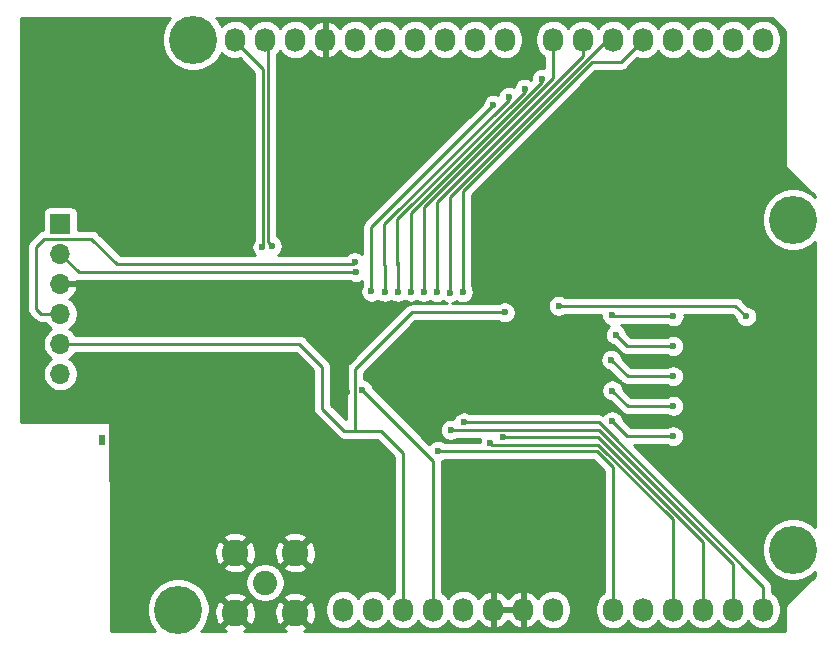
<source format=gbr>
%TF.GenerationSoftware,KiCad,Pcbnew,(5.1.7)-1*%
%TF.CreationDate,2020-11-28T10:02:44+01:00*%
%TF.ProjectId,Rhizo_Receiver_Shield,5268697a-6f5f-4526-9563-65697665725f,rev?*%
%TF.SameCoordinates,Original*%
%TF.FileFunction,Copper,L2,Bot*%
%TF.FilePolarity,Positive*%
%FSLAX46Y46*%
G04 Gerber Fmt 4.6, Leading zero omitted, Abs format (unit mm)*
G04 Created by KiCad (PCBNEW (5.1.7)-1) date 2020-11-28 10:02:44*
%MOMM*%
%LPD*%
G01*
G04 APERTURE LIST*
%TA.AperFunction,ComponentPad*%
%ADD10O,1.700000X1.700000*%
%TD*%
%TA.AperFunction,ComponentPad*%
%ADD11R,1.700000X1.700000*%
%TD*%
%TA.AperFunction,ComponentPad*%
%ADD12C,2.250000*%
%TD*%
%TA.AperFunction,ComponentPad*%
%ADD13C,2.050000*%
%TD*%
%TA.AperFunction,ComponentPad*%
%ADD14R,0.500000X0.900000*%
%TD*%
%TA.AperFunction,ComponentPad*%
%ADD15O,1.727200X2.032000*%
%TD*%
%TA.AperFunction,ComponentPad*%
%ADD16C,4.064000*%
%TD*%
%TA.AperFunction,ViaPad*%
%ADD17C,0.600000*%
%TD*%
%TA.AperFunction,Conductor*%
%ADD18C,0.250000*%
%TD*%
%TA.AperFunction,Conductor*%
%ADD19C,0.254000*%
%TD*%
%TA.AperFunction,Conductor*%
%ADD20C,0.100000*%
%TD*%
G04 APERTURE END LIST*
D10*
%TO.P,P9,6*%
%TO.N,VBUS*%
X115001040Y-103863140D03*
%TO.P,P9,5*%
%TO.N,Reset*%
X115001040Y-101323140D03*
%TO.P,P9,4*%
%TO.N,SWDIO*%
X115001040Y-98783140D03*
%TO.P,P9,3*%
%TO.N,GND*%
X115001040Y-96243140D03*
%TO.P,P9,2*%
%TO.N,SWDCLK*%
X115001040Y-93703140D03*
D11*
%TO.P,P9,1*%
%TO.N,VDD_nRF*%
X115001040Y-91163140D03*
%TD*%
D12*
%TO.P,J1,2*%
%TO.N,GND*%
X129794000Y-124079000D03*
X129794000Y-118999000D03*
X134874000Y-118999000D03*
X134874000Y-124079000D03*
D13*
%TO.P,J1,1*%
%TO.N,Net-(J1-Pad1)*%
X132334000Y-121539000D03*
%TD*%
D14*
%TO.P,AE1,2*%
%TO.N,GND*%
X118508780Y-109512680D03*
%TD*%
D15*
%TO.P,P1,1*%
%TO.N,Net-(P1-Pad1)*%
X138938000Y-123825000D03*
%TO.P,P1,2*%
%TO.N,/IOREF*%
X141478000Y-123825000D03*
%TO.P,P1,3*%
%TO.N,Reset*%
X144018000Y-123825000D03*
%TO.P,P1,4*%
%TO.N,VDD_nRF*%
X146558000Y-123825000D03*
%TO.P,P1,5*%
%TO.N,Net-(P1-Pad5)*%
X149098000Y-123825000D03*
%TO.P,P1,6*%
%TO.N,GND*%
X151638000Y-123825000D03*
%TO.P,P1,7*%
X154178000Y-123825000D03*
%TO.P,P1,8*%
%TO.N,/Vin*%
X156718000Y-123825000D03*
%TD*%
%TO.P,P2,1*%
%TO.N,B11*%
X161798000Y-123825000D03*
%TO.P,P2,2*%
%TO.N,Reset*%
X164338000Y-123825000D03*
%TO.P,P2,3*%
%TO.N,J1*%
X166878000Y-123825000D03*
%TO.P,P2,4*%
%TO.N,K2*%
X169418000Y-123825000D03*
%TO.P,P2,5*%
%TO.N,A10*%
X171958000Y-123825000D03*
%TO.P,P2,6*%
%TO.N,B9*%
X174498000Y-123825000D03*
%TD*%
%TO.P,P3,1*%
%TO.N,B15*%
X129794000Y-75565000D03*
%TO.P,P3,2*%
%TO.N,B17*%
X132334000Y-75565000D03*
%TO.P,P3,3*%
%TO.N,Net-(P3-Pad3)*%
X134874000Y-75565000D03*
%TO.P,P3,4*%
%TO.N,GND*%
X137414000Y-75565000D03*
%TO.P,P3,5*%
%TO.N,SPI_SCK*%
X139954000Y-75565000D03*
%TO.P,P3,6*%
%TO.N,SPI_MISO*%
X142494000Y-75565000D03*
%TO.P,P3,7*%
%TO.N,SPI_MOSI*%
X145034000Y-75565000D03*
%TO.P,P3,8*%
%TO.N,SPI_SS*%
X147574000Y-75565000D03*
%TO.P,P3,9*%
%TO.N,/9(\u002A\u002A)*%
X150114000Y-75565000D03*
%TO.P,P3,10*%
%TO.N,/8*%
X152654000Y-75565000D03*
%TD*%
%TO.P,P4,1*%
%TO.N,AD12*%
X156718000Y-75565000D03*
%TO.P,P4,2*%
%TO.N,AD10*%
X159258000Y-75565000D03*
%TO.P,P4,3*%
%TO.N,AC9*%
X161798000Y-75565000D03*
%TO.P,P4,4*%
%TO.N,AD8*%
X164338000Y-75565000D03*
%TO.P,P4,5*%
%TO.N,AD16*%
X166878000Y-75565000D03*
%TO.P,P4,6*%
%TO.N,AD20*%
X169418000Y-75565000D03*
%TO.P,P4,7*%
%TO.N,T23*%
X171958000Y-75565000D03*
%TO.P,P4,8*%
%TO.N,P23*%
X174498000Y-75565000D03*
%TD*%
D16*
%TO.P,P5,1*%
%TO.N,Net-(P5-Pad1)*%
X124968000Y-123825000D03*
%TD*%
%TO.P,P6,1*%
%TO.N,Net-(P6-Pad1)*%
X177038000Y-118745000D03*
%TD*%
%TO.P,P7,1*%
%TO.N,Net-(P7-Pad1)*%
X126238000Y-75565000D03*
%TD*%
%TO.P,P8,1*%
%TO.N,Net-(P8-Pad1)*%
X177038000Y-90805000D03*
%TD*%
D17*
%TO.N,GND*%
X139227560Y-91780360D03*
X139267280Y-97625820D03*
X139263120Y-105410000D03*
X120142000Y-122047000D03*
X120142000Y-120269000D03*
X120142000Y-118237000D03*
X120142000Y-116205000D03*
X120142000Y-108585000D03*
X120142000Y-107061000D03*
X118364000Y-107061000D03*
X116586000Y-107061000D03*
X120142000Y-125349000D03*
X120142000Y-123571000D03*
X112014000Y-107061000D03*
X115062000Y-107061000D03*
X113538000Y-107061000D03*
X120142000Y-110109000D03*
X120142000Y-112903000D03*
X120142000Y-114681000D03*
X123698000Y-110109000D03*
X124460000Y-109347000D03*
X125222000Y-108585000D03*
X125984000Y-107823000D03*
X126492000Y-106807000D03*
X130810000Y-107061000D03*
X130810000Y-108331000D03*
X130810000Y-109601000D03*
X130810000Y-110871000D03*
X130810000Y-112141000D03*
X131572000Y-112903000D03*
X132334000Y-113665000D03*
X133350000Y-114681000D03*
X133604000Y-115951000D03*
X133604000Y-117221000D03*
X134112000Y-104267000D03*
X134112000Y-103251000D03*
X134112000Y-102235000D03*
X132842000Y-104267000D03*
X126492000Y-105537000D03*
X126492000Y-104267000D03*
X127762000Y-104267000D03*
X129032000Y-104267000D03*
X130302000Y-104267000D03*
X131572000Y-104267000D03*
%TO.N,VDD_nRF*%
X157196620Y-98101320D03*
X173070520Y-99009200D03*
X140545990Y-105203325D03*
%TO.N,Reset*%
X152626060Y-98671380D03*
%TO.N,B11*%
X146989800Y-110388400D03*
%TO.N,A10*%
X148041360Y-108607860D03*
%TO.N,B9*%
X149158960Y-107982850D03*
%TO.N,J1*%
X151419560Y-109763390D03*
%TO.N,K2*%
X152504140Y-109227450D03*
%TO.N,B15*%
X132104806Y-93123973D03*
%TO.N,B17*%
X132900420Y-93040200D03*
%TO.N,AD12*%
X145762980Y-96928940D03*
%TO.N,AD10*%
X146875500Y-96964500D03*
%TO.N,AC9*%
X147967280Y-96997100D03*
%TO.N,AD8*%
X149070060Y-96951800D03*
%TO.N,AD16*%
X155777365Y-78894105D03*
X144673320Y-96908620D03*
%TO.N,AD20*%
X154300920Y-79734139D03*
X143570960Y-96928940D03*
%TO.N,T23*%
X152992115Y-80406534D03*
X142471140Y-96928940D03*
%TO.N,P23*%
X151668070Y-81094169D03*
X141343380Y-96895920D03*
%TO.N,SW0*%
X166883080Y-109143800D03*
X161713410Y-107882190D03*
%TO.N,SW1*%
X166905940Y-106573320D03*
X161730940Y-105281480D03*
%TO.N,SW2*%
X166885620Y-104063800D03*
X161638230Y-102679250D03*
%TO.N,SW3*%
X166895780Y-101516180D03*
X162025580Y-100559620D03*
%TO.N,SW4*%
X166913560Y-98991420D03*
X161718000Y-98880940D03*
%TO.N,SWDCLK*%
X140055600Y-95255080D03*
%TO.N,SWDIO*%
X139923520Y-94414340D03*
%TD*%
D18*
%TO.N,GND*%
X137414000Y-75565000D02*
X137414000Y-89966800D01*
X137414000Y-89966800D02*
X139227560Y-91780360D01*
X139267280Y-97625820D02*
X139267280Y-105405840D01*
X139267280Y-105405840D02*
X139263120Y-105410000D01*
%TO.N,VDD_nRF*%
X157196620Y-98101320D02*
X172162640Y-98101320D01*
X172162640Y-98101320D02*
X173070520Y-99009200D01*
X146558000Y-123825000D02*
X146558000Y-111215335D01*
X146558000Y-111215335D02*
X140545990Y-105203325D01*
%TO.N,Reset*%
X144018000Y-120131840D02*
X144018000Y-123825000D01*
X152626060Y-98671380D02*
X144736820Y-98671380D01*
X144736820Y-98671380D02*
X139920980Y-103487220D01*
X115001040Y-101323140D02*
X124714000Y-101323140D01*
X124714000Y-101323140D02*
X125209300Y-101323140D01*
X144018000Y-110558580D02*
X144018000Y-120131840D01*
X142148560Y-108689140D02*
X144018000Y-110558580D01*
X140164820Y-108689140D02*
X142148560Y-108689140D01*
X139971780Y-108689140D02*
X140164820Y-108689140D01*
X139920980Y-108638340D02*
X139971780Y-108689140D01*
X139920980Y-108254800D02*
X139920980Y-108638340D01*
X139920980Y-103487220D02*
X139920980Y-108254800D01*
X139920980Y-108254800D02*
X139920980Y-108445300D01*
X127612140Y-101323140D02*
X135232140Y-101323140D01*
X124714000Y-101323140D02*
X127612140Y-101323140D01*
X127612140Y-101323140D02*
X128013460Y-101323140D01*
X135232140Y-101323140D02*
X137160000Y-103251000D01*
X137160000Y-103251000D02*
X137160000Y-106807000D01*
X139042140Y-108689140D02*
X140164820Y-108689140D01*
X137160000Y-106807000D02*
X139042140Y-108689140D01*
%TO.N,B11*%
X161798000Y-123825000D02*
X161798000Y-111770160D01*
X161798000Y-111770160D02*
X160416240Y-110388400D01*
X160416240Y-110388400D02*
X146989800Y-110388400D01*
%TO.N,A10*%
X152804142Y-108602448D02*
X152204138Y-108602448D01*
X152809554Y-108607860D02*
X152804142Y-108602448D01*
X152198726Y-108607860D02*
X148041360Y-108607860D01*
X152204138Y-108602448D02*
X152198726Y-108607860D01*
X171958000Y-119984239D02*
X160581621Y-108607860D01*
X160581621Y-108607860D02*
X152809554Y-108607860D01*
X171958000Y-123825000D02*
X171958000Y-119984239D01*
%TO.N,B9*%
X174498000Y-121887828D02*
X160593022Y-107982850D01*
X160593022Y-107982850D02*
X149158960Y-107982850D01*
X174498000Y-123825000D02*
X174498000Y-121887828D01*
%TO.N,J1*%
X160553400Y-109852460D02*
X151508630Y-109852460D01*
X151508630Y-109852460D02*
X151419560Y-109763390D01*
X166878000Y-116177060D02*
X160553400Y-109852460D01*
X166878000Y-123825000D02*
X166878000Y-116177060D01*
%TO.N,K2*%
X169418000Y-123825000D02*
X169418000Y-118080649D01*
X169418000Y-118080649D02*
X160564801Y-109227450D01*
X160564801Y-109227450D02*
X152504140Y-109227450D01*
%TO.N,B15*%
X129794000Y-75565000D02*
X129794000Y-75717400D01*
X132143500Y-93085279D02*
X132104806Y-93123973D01*
X129794000Y-75717400D02*
X132143500Y-78066900D01*
X132143500Y-78066900D02*
X132143500Y-93085279D01*
%TO.N,B17*%
X132593511Y-75824511D02*
X132593511Y-92509771D01*
X132334000Y-75565000D02*
X132593511Y-75824511D01*
X132593511Y-92509771D02*
X132593511Y-92733291D01*
X132593511Y-92733291D02*
X132900420Y-93040200D01*
%TO.N,AD12*%
X145793460Y-89761909D02*
X156718000Y-78837369D01*
X156718000Y-78837369D02*
X156718000Y-75565000D01*
X145762980Y-94178120D02*
X145793460Y-94147640D01*
X145762980Y-96928940D02*
X145762980Y-94178120D01*
X145793460Y-94620080D02*
X145793460Y-94147640D01*
X145793460Y-94147640D02*
X145793460Y-89761909D01*
%TO.N,AD10*%
X159258000Y-76933779D02*
X159258000Y-75565000D01*
X146898360Y-89293419D02*
X159258000Y-76933779D01*
X146875500Y-96964500D02*
X146875500Y-94376240D01*
X146875500Y-94376240D02*
X146898360Y-94353380D01*
X146898360Y-94581980D02*
X146898360Y-94353380D01*
X146898360Y-94353380D02*
X146898360Y-89293419D01*
%TO.N,AC9*%
X147967700Y-96996680D02*
X147967280Y-96997100D01*
X147967700Y-88860490D02*
X147967700Y-96996680D01*
X161798000Y-75565000D02*
X161263190Y-75565000D01*
X161263190Y-75565000D02*
X147967700Y-88860490D01*
%TO.N,AD8*%
X159992060Y-77472540D02*
X162430460Y-77472540D01*
X149054820Y-94533720D02*
X149054820Y-88409780D01*
X162430460Y-77472540D02*
X164338000Y-75565000D01*
X149054820Y-88409780D02*
X159992060Y-77472540D01*
X149070060Y-94548960D02*
X149054820Y-94533720D01*
X149070060Y-96951800D02*
X149070060Y-94548960D01*
%TO.N,AD16*%
X155777365Y-78894105D02*
X155777365Y-79141594D01*
X155777365Y-79141594D02*
X144665042Y-90253917D01*
X144673320Y-94533720D02*
X144665042Y-94525442D01*
X144665042Y-90253917D02*
X144665042Y-94525442D01*
X144673320Y-96908620D02*
X144673320Y-94533720D01*
X144665042Y-94525442D02*
X144665042Y-94686789D01*
%TO.N,AD20*%
X154300920Y-79734139D02*
X154300920Y-79981629D01*
X154300920Y-79981629D02*
X143546790Y-90735759D01*
X143570960Y-94358540D02*
X143546790Y-94334370D01*
X143570960Y-96928940D02*
X143570960Y-94358540D01*
X143546790Y-90735759D02*
X143546790Y-94334370D01*
X143546790Y-94334370D02*
X143546790Y-94673590D01*
%TO.N,T23*%
X152992115Y-80654024D02*
X142439429Y-91206710D01*
X152992115Y-80406534D02*
X152992115Y-80654024D01*
X142439429Y-91206710D02*
X142439429Y-94660960D01*
X142471140Y-94692671D02*
X142439429Y-94660960D01*
X142471140Y-96928940D02*
X142471140Y-94692671D01*
%TO.N,P23*%
X151668070Y-81094169D02*
X141335760Y-91426479D01*
X141343380Y-93888560D02*
X141335760Y-93880940D01*
X141343380Y-96895920D02*
X141343380Y-93888560D01*
X141335760Y-91426479D02*
X141335760Y-93880940D01*
X141335760Y-93880940D02*
X141335760Y-94660960D01*
%TO.N,SW0*%
X166883080Y-109143800D02*
X162975020Y-109143800D01*
X162975020Y-109143800D02*
X161713410Y-107882190D01*
%TO.N,SW1*%
X166905940Y-106573320D02*
X163022280Y-106573320D01*
X163022280Y-106572820D02*
X161730940Y-105281480D01*
X163022280Y-106573320D02*
X163022280Y-106572820D01*
%TO.N,SW2*%
X166885620Y-104063800D02*
X163022780Y-104063800D01*
X163022780Y-104063800D02*
X161638230Y-102679250D01*
%TO.N,SW3*%
X166895780Y-101516180D02*
X162963860Y-101516180D01*
X162963860Y-101516180D02*
X162025580Y-100577900D01*
X162025580Y-100577900D02*
X162025580Y-100559620D01*
%TO.N,SW4*%
X166913560Y-98991420D02*
X161828480Y-98991420D01*
X161828480Y-98991420D02*
X161718000Y-98880940D01*
%TO.N,SWDCLK*%
X116552980Y-95255080D02*
X140055600Y-95255080D01*
X115001040Y-93703140D02*
X116552980Y-95255080D01*
%TO.N,SWDIO*%
X115001040Y-98783140D02*
X113365280Y-98783140D01*
X113365280Y-98783140D02*
X112961420Y-98379280D01*
X112961420Y-98379280D02*
X112961420Y-93088460D01*
X112961420Y-93088460D02*
X113626900Y-92422980D01*
X113626900Y-92422980D02*
X117640100Y-92422980D01*
X117640100Y-92422980D02*
X119806720Y-94589600D01*
X119806720Y-94589600D02*
X139748260Y-94589600D01*
X139748260Y-94589600D02*
X139923520Y-94414340D01*
%TD*%
D19*
%TO.N,GND*%
X124166406Y-73864887D02*
X123874536Y-74301702D01*
X123673492Y-74787065D01*
X123571000Y-75302323D01*
X123571000Y-75827677D01*
X123673492Y-76342935D01*
X123874536Y-76828298D01*
X124166406Y-77265113D01*
X124537887Y-77636594D01*
X124974702Y-77928464D01*
X125460065Y-78129508D01*
X125975323Y-78232000D01*
X126500677Y-78232000D01*
X127015935Y-78129508D01*
X127501298Y-77928464D01*
X127938113Y-77636594D01*
X128309594Y-77265113D01*
X128601464Y-76828298D01*
X128657001Y-76694219D01*
X128729203Y-76782197D01*
X128957395Y-76969469D01*
X129217737Y-77108625D01*
X129500224Y-77194316D01*
X129794000Y-77223251D01*
X130087777Y-77194316D01*
X130170900Y-77169101D01*
X131383500Y-78381702D01*
X131383501Y-92522988D01*
X131378544Y-92527945D01*
X131276220Y-92681084D01*
X131205738Y-92851244D01*
X131169806Y-93031884D01*
X131169806Y-93216062D01*
X131205738Y-93396702D01*
X131276220Y-93566862D01*
X131378544Y-93720001D01*
X131488143Y-93829600D01*
X120121523Y-93829600D01*
X118203904Y-91911982D01*
X118180101Y-91882979D01*
X118064376Y-91788006D01*
X117932347Y-91717434D01*
X117789086Y-91673977D01*
X117677433Y-91662980D01*
X117677422Y-91662980D01*
X117640100Y-91659304D01*
X117602778Y-91662980D01*
X116489112Y-91662980D01*
X116489112Y-90313140D01*
X116476852Y-90188658D01*
X116440542Y-90068960D01*
X116381577Y-89958646D01*
X116302225Y-89861955D01*
X116205534Y-89782603D01*
X116095220Y-89723638D01*
X115975522Y-89687328D01*
X115851040Y-89675068D01*
X114151040Y-89675068D01*
X114026558Y-89687328D01*
X113906860Y-89723638D01*
X113796546Y-89782603D01*
X113699855Y-89861955D01*
X113620503Y-89958646D01*
X113561538Y-90068960D01*
X113525228Y-90188658D01*
X113512968Y-90313140D01*
X113512968Y-91670524D01*
X113477914Y-91673977D01*
X113334653Y-91717434D01*
X113202624Y-91788006D01*
X113086899Y-91882979D01*
X113063100Y-91911978D01*
X112450418Y-92524661D01*
X112421420Y-92548459D01*
X112397622Y-92577457D01*
X112397621Y-92577458D01*
X112326446Y-92664184D01*
X112255874Y-92796214D01*
X112229768Y-92882277D01*
X112212418Y-92939474D01*
X112201421Y-93051127D01*
X112197744Y-93088460D01*
X112201421Y-93125792D01*
X112201420Y-98341957D01*
X112197744Y-98379280D01*
X112201420Y-98416602D01*
X112201420Y-98416612D01*
X112212417Y-98528265D01*
X112246712Y-98641321D01*
X112255874Y-98671526D01*
X112326446Y-98803556D01*
X112340242Y-98820366D01*
X112421419Y-98919281D01*
X112450423Y-98943084D01*
X112801476Y-99294137D01*
X112825279Y-99323141D01*
X112941004Y-99418114D01*
X113073033Y-99488686D01*
X113216294Y-99532143D01*
X113327947Y-99543140D01*
X113327956Y-99543140D01*
X113365279Y-99546816D01*
X113402602Y-99543140D01*
X113722862Y-99543140D01*
X113847565Y-99729772D01*
X114054408Y-99936615D01*
X114228800Y-100053140D01*
X114054408Y-100169665D01*
X113847565Y-100376508D01*
X113685050Y-100619729D01*
X113573108Y-100889982D01*
X113516040Y-101176880D01*
X113516040Y-101469400D01*
X113573108Y-101756298D01*
X113685050Y-102026551D01*
X113847565Y-102269772D01*
X114054408Y-102476615D01*
X114228800Y-102593140D01*
X114054408Y-102709665D01*
X113847565Y-102916508D01*
X113685050Y-103159729D01*
X113573108Y-103429982D01*
X113516040Y-103716880D01*
X113516040Y-104009400D01*
X113573108Y-104296298D01*
X113685050Y-104566551D01*
X113847565Y-104809772D01*
X114054408Y-105016615D01*
X114297629Y-105179130D01*
X114567882Y-105291072D01*
X114854780Y-105348140D01*
X115147300Y-105348140D01*
X115434198Y-105291072D01*
X115704451Y-105179130D01*
X115947672Y-105016615D01*
X116154515Y-104809772D01*
X116317030Y-104566551D01*
X116428972Y-104296298D01*
X116486040Y-104009400D01*
X116486040Y-103716880D01*
X116428972Y-103429982D01*
X116317030Y-103159729D01*
X116154515Y-102916508D01*
X115947672Y-102709665D01*
X115773280Y-102593140D01*
X115947672Y-102476615D01*
X116154515Y-102269772D01*
X116279218Y-102083140D01*
X134917339Y-102083140D01*
X136400000Y-103565802D01*
X136400001Y-106769668D01*
X136396324Y-106807000D01*
X136400001Y-106844333D01*
X136410998Y-106955986D01*
X136423468Y-106997096D01*
X136454454Y-107099246D01*
X136525026Y-107231276D01*
X136581084Y-107299582D01*
X136620000Y-107347001D01*
X136648998Y-107370799D01*
X138478340Y-109200142D01*
X138502139Y-109229141D01*
X138531137Y-109252939D01*
X138617863Y-109324114D01*
X138706583Y-109371536D01*
X138749893Y-109394686D01*
X138893154Y-109438143D01*
X139004807Y-109449140D01*
X139004817Y-109449140D01*
X139042140Y-109452816D01*
X139079463Y-109449140D01*
X139934457Y-109449140D01*
X139971779Y-109452816D01*
X140009102Y-109449140D01*
X141833759Y-109449140D01*
X143258000Y-110873383D01*
X143258001Y-120094498D01*
X143258000Y-120094508D01*
X143258001Y-122379584D01*
X143181394Y-122420531D01*
X142953203Y-122607803D01*
X142765931Y-122835995D01*
X142748000Y-122869541D01*
X142730069Y-122835994D01*
X142542797Y-122607803D01*
X142314605Y-122420531D01*
X142054263Y-122281375D01*
X141771776Y-122195684D01*
X141478000Y-122166749D01*
X141184223Y-122195684D01*
X140901736Y-122281375D01*
X140641394Y-122420531D01*
X140413203Y-122607803D01*
X140225931Y-122835995D01*
X140208000Y-122869541D01*
X140190069Y-122835994D01*
X140002797Y-122607803D01*
X139774605Y-122420531D01*
X139514263Y-122281375D01*
X139231776Y-122195684D01*
X138938000Y-122166749D01*
X138644223Y-122195684D01*
X138361736Y-122281375D01*
X138101394Y-122420531D01*
X137873203Y-122607803D01*
X137685931Y-122835995D01*
X137546775Y-123096337D01*
X137461084Y-123378824D01*
X137439400Y-123598982D01*
X137439400Y-124051019D01*
X137461084Y-124271177D01*
X137546775Y-124553664D01*
X137685931Y-124814006D01*
X137873203Y-125042197D01*
X138101395Y-125229469D01*
X138361737Y-125368625D01*
X138644224Y-125454316D01*
X138938000Y-125483251D01*
X139231777Y-125454316D01*
X139514264Y-125368625D01*
X139774606Y-125229469D01*
X140002797Y-125042197D01*
X140190069Y-124814006D01*
X140208000Y-124780459D01*
X140225931Y-124814006D01*
X140413203Y-125042197D01*
X140641395Y-125229469D01*
X140901737Y-125368625D01*
X141184224Y-125454316D01*
X141478000Y-125483251D01*
X141771777Y-125454316D01*
X142054264Y-125368625D01*
X142314606Y-125229469D01*
X142542797Y-125042197D01*
X142730069Y-124814006D01*
X142748000Y-124780459D01*
X142765931Y-124814006D01*
X142953203Y-125042197D01*
X143181395Y-125229469D01*
X143441737Y-125368625D01*
X143724224Y-125454316D01*
X144018000Y-125483251D01*
X144311777Y-125454316D01*
X144594264Y-125368625D01*
X144854606Y-125229469D01*
X145082797Y-125042197D01*
X145270069Y-124814006D01*
X145288000Y-124780459D01*
X145305931Y-124814006D01*
X145493203Y-125042197D01*
X145721395Y-125229469D01*
X145981737Y-125368625D01*
X146264224Y-125454316D01*
X146558000Y-125483251D01*
X146851777Y-125454316D01*
X147134264Y-125368625D01*
X147394606Y-125229469D01*
X147622797Y-125042197D01*
X147810069Y-124814006D01*
X147828000Y-124780459D01*
X147845931Y-124814006D01*
X148033203Y-125042197D01*
X148261395Y-125229469D01*
X148521737Y-125368625D01*
X148804224Y-125454316D01*
X149098000Y-125483251D01*
X149391777Y-125454316D01*
X149674264Y-125368625D01*
X149934606Y-125229469D01*
X150162797Y-125042197D01*
X150350069Y-124814006D01*
X150371424Y-124774053D01*
X150519514Y-124976729D01*
X150735965Y-125175733D01*
X150987081Y-125328686D01*
X151263211Y-125429709D01*
X151278974Y-125432358D01*
X151511000Y-125311217D01*
X151511000Y-123952000D01*
X151765000Y-123952000D01*
X151765000Y-125311217D01*
X151997026Y-125432358D01*
X152012789Y-125429709D01*
X152288919Y-125328686D01*
X152540035Y-125175733D01*
X152756486Y-124976729D01*
X152908000Y-124769367D01*
X153059514Y-124976729D01*
X153275965Y-125175733D01*
X153527081Y-125328686D01*
X153803211Y-125429709D01*
X153818974Y-125432358D01*
X154051000Y-125311217D01*
X154051000Y-123952000D01*
X151765000Y-123952000D01*
X151511000Y-123952000D01*
X151491000Y-123952000D01*
X151491000Y-123698000D01*
X151511000Y-123698000D01*
X151511000Y-122338783D01*
X151765000Y-122338783D01*
X151765000Y-123698000D01*
X154051000Y-123698000D01*
X154051000Y-122338783D01*
X154305000Y-122338783D01*
X154305000Y-123698000D01*
X154325000Y-123698000D01*
X154325000Y-123952000D01*
X154305000Y-123952000D01*
X154305000Y-125311217D01*
X154537026Y-125432358D01*
X154552789Y-125429709D01*
X154828919Y-125328686D01*
X155080035Y-125175733D01*
X155296486Y-124976729D01*
X155444576Y-124774053D01*
X155465931Y-124814006D01*
X155653203Y-125042197D01*
X155881395Y-125229469D01*
X156141737Y-125368625D01*
X156424224Y-125454316D01*
X156718000Y-125483251D01*
X157011777Y-125454316D01*
X157294264Y-125368625D01*
X157554606Y-125229469D01*
X157782797Y-125042197D01*
X157970069Y-124814006D01*
X158109225Y-124553663D01*
X158194916Y-124271176D01*
X158216600Y-124051018D01*
X158216600Y-123598981D01*
X158194916Y-123378823D01*
X158109225Y-123096336D01*
X157970069Y-122835994D01*
X157782797Y-122607803D01*
X157554605Y-122420531D01*
X157294263Y-122281375D01*
X157011776Y-122195684D01*
X156718000Y-122166749D01*
X156424223Y-122195684D01*
X156141736Y-122281375D01*
X155881394Y-122420531D01*
X155653203Y-122607803D01*
X155465931Y-122835995D01*
X155444576Y-122875947D01*
X155296486Y-122673271D01*
X155080035Y-122474267D01*
X154828919Y-122321314D01*
X154552789Y-122220291D01*
X154537026Y-122217642D01*
X154305000Y-122338783D01*
X154051000Y-122338783D01*
X153818974Y-122217642D01*
X153803211Y-122220291D01*
X153527081Y-122321314D01*
X153275965Y-122474267D01*
X153059514Y-122673271D01*
X152908000Y-122880633D01*
X152756486Y-122673271D01*
X152540035Y-122474267D01*
X152288919Y-122321314D01*
X152012789Y-122220291D01*
X151997026Y-122217642D01*
X151765000Y-122338783D01*
X151511000Y-122338783D01*
X151278974Y-122217642D01*
X151263211Y-122220291D01*
X150987081Y-122321314D01*
X150735965Y-122474267D01*
X150519514Y-122673271D01*
X150371424Y-122875947D01*
X150350069Y-122835994D01*
X150162797Y-122607803D01*
X149934605Y-122420531D01*
X149674263Y-122281375D01*
X149391776Y-122195684D01*
X149098000Y-122166749D01*
X148804223Y-122195684D01*
X148521736Y-122281375D01*
X148261394Y-122420531D01*
X148033203Y-122607803D01*
X147845931Y-122835995D01*
X147828000Y-122869541D01*
X147810069Y-122835994D01*
X147622797Y-122607803D01*
X147394605Y-122420531D01*
X147318000Y-122379585D01*
X147318000Y-111264491D01*
X147432689Y-111216986D01*
X147535335Y-111148400D01*
X160101439Y-111148400D01*
X161038001Y-112084963D01*
X161038000Y-122379584D01*
X160961394Y-122420531D01*
X160733203Y-122607803D01*
X160545931Y-122835995D01*
X160406775Y-123096337D01*
X160321084Y-123378824D01*
X160299400Y-123598982D01*
X160299400Y-124051019D01*
X160321084Y-124271177D01*
X160406775Y-124553664D01*
X160545931Y-124814006D01*
X160733203Y-125042197D01*
X160961395Y-125229469D01*
X161221737Y-125368625D01*
X161504224Y-125454316D01*
X161798000Y-125483251D01*
X162091777Y-125454316D01*
X162374264Y-125368625D01*
X162634606Y-125229469D01*
X162862797Y-125042197D01*
X163050069Y-124814006D01*
X163068000Y-124780459D01*
X163085931Y-124814006D01*
X163273203Y-125042197D01*
X163501395Y-125229469D01*
X163761737Y-125368625D01*
X164044224Y-125454316D01*
X164338000Y-125483251D01*
X164631777Y-125454316D01*
X164914264Y-125368625D01*
X165174606Y-125229469D01*
X165402797Y-125042197D01*
X165590069Y-124814006D01*
X165608000Y-124780459D01*
X165625931Y-124814006D01*
X165813203Y-125042197D01*
X166041395Y-125229469D01*
X166301737Y-125368625D01*
X166584224Y-125454316D01*
X166878000Y-125483251D01*
X167171777Y-125454316D01*
X167454264Y-125368625D01*
X167714606Y-125229469D01*
X167942797Y-125042197D01*
X168130069Y-124814006D01*
X168148000Y-124780459D01*
X168165931Y-124814006D01*
X168353203Y-125042197D01*
X168581395Y-125229469D01*
X168841737Y-125368625D01*
X169124224Y-125454316D01*
X169418000Y-125483251D01*
X169711777Y-125454316D01*
X169994264Y-125368625D01*
X170254606Y-125229469D01*
X170482797Y-125042197D01*
X170670069Y-124814006D01*
X170688000Y-124780459D01*
X170705931Y-124814006D01*
X170893203Y-125042197D01*
X171121395Y-125229469D01*
X171381737Y-125368625D01*
X171664224Y-125454316D01*
X171958000Y-125483251D01*
X172251777Y-125454316D01*
X172534264Y-125368625D01*
X172794606Y-125229469D01*
X173022797Y-125042197D01*
X173210069Y-124814006D01*
X173228000Y-124780459D01*
X173245931Y-124814006D01*
X173433203Y-125042197D01*
X173661395Y-125229469D01*
X173921737Y-125368625D01*
X174204224Y-125454316D01*
X174498000Y-125483251D01*
X174791777Y-125454316D01*
X175074264Y-125368625D01*
X175334606Y-125229469D01*
X175562797Y-125042197D01*
X175750069Y-124814006D01*
X175889225Y-124553663D01*
X175974916Y-124271176D01*
X175996600Y-124051018D01*
X175996600Y-123598981D01*
X175974916Y-123378823D01*
X175889225Y-123096336D01*
X175750069Y-122835994D01*
X175562797Y-122607803D01*
X175334605Y-122420531D01*
X175258000Y-122379585D01*
X175258000Y-121925150D01*
X175261676Y-121887827D01*
X175258000Y-121850504D01*
X175258000Y-121850495D01*
X175247003Y-121738842D01*
X175203546Y-121595581D01*
X175132974Y-121463552D01*
X175100665Y-121424183D01*
X175061799Y-121376824D01*
X175061795Y-121376820D01*
X175038001Y-121347827D01*
X175009008Y-121324033D01*
X163588773Y-109903800D01*
X166337545Y-109903800D01*
X166440191Y-109972386D01*
X166610351Y-110042868D01*
X166790991Y-110078800D01*
X166975169Y-110078800D01*
X167155809Y-110042868D01*
X167325969Y-109972386D01*
X167479108Y-109870062D01*
X167609342Y-109739828D01*
X167711666Y-109586689D01*
X167782148Y-109416529D01*
X167818080Y-109235889D01*
X167818080Y-109051711D01*
X167782148Y-108871071D01*
X167711666Y-108700911D01*
X167609342Y-108547772D01*
X167479108Y-108417538D01*
X167325969Y-108315214D01*
X167155809Y-108244732D01*
X166975169Y-108208800D01*
X166790991Y-108208800D01*
X166610351Y-108244732D01*
X166440191Y-108315214D01*
X166337545Y-108383800D01*
X163289822Y-108383800D01*
X162636563Y-107730541D01*
X162612478Y-107609461D01*
X162541996Y-107439301D01*
X162439672Y-107286162D01*
X162309438Y-107155928D01*
X162156299Y-107053604D01*
X161986139Y-106983122D01*
X161805499Y-106947190D01*
X161621321Y-106947190D01*
X161440681Y-106983122D01*
X161270521Y-107053604D01*
X161117382Y-107155928D01*
X160987148Y-107286162D01*
X160964698Y-107319760D01*
X160885269Y-107277304D01*
X160742008Y-107233847D01*
X160630355Y-107222850D01*
X160630344Y-107222850D01*
X160593022Y-107219174D01*
X160555700Y-107222850D01*
X149704495Y-107222850D01*
X149601849Y-107154264D01*
X149431689Y-107083782D01*
X149251049Y-107047850D01*
X149066871Y-107047850D01*
X148886231Y-107083782D01*
X148716071Y-107154264D01*
X148562932Y-107256588D01*
X148432698Y-107386822D01*
X148330374Y-107539961D01*
X148264526Y-107698933D01*
X148133449Y-107672860D01*
X147949271Y-107672860D01*
X147768631Y-107708792D01*
X147598471Y-107779274D01*
X147445332Y-107881598D01*
X147315098Y-108011832D01*
X147212774Y-108164971D01*
X147142292Y-108335131D01*
X147106360Y-108515771D01*
X147106360Y-108699949D01*
X147142292Y-108880589D01*
X147212774Y-109050749D01*
X147315098Y-109203888D01*
X147445332Y-109334122D01*
X147598471Y-109436446D01*
X147768631Y-109506928D01*
X147949271Y-109542860D01*
X148133449Y-109542860D01*
X148314089Y-109506928D01*
X148484249Y-109436446D01*
X148586895Y-109367860D01*
X150571357Y-109367860D01*
X150520492Y-109490661D01*
X150493094Y-109628400D01*
X147535335Y-109628400D01*
X147432689Y-109559814D01*
X147262529Y-109489332D01*
X147081889Y-109453400D01*
X146897711Y-109453400D01*
X146717071Y-109489332D01*
X146546911Y-109559814D01*
X146393772Y-109662138D01*
X146263538Y-109792372D01*
X146242029Y-109824562D01*
X141606858Y-105189391D01*
X160795940Y-105189391D01*
X160795940Y-105373569D01*
X160831872Y-105554209D01*
X160902354Y-105724369D01*
X161004678Y-105877508D01*
X161134912Y-106007742D01*
X161288051Y-106110066D01*
X161458211Y-106180548D01*
X161579291Y-106204633D01*
X162456194Y-107081536D01*
X162482279Y-107113321D01*
X162598004Y-107208294D01*
X162730033Y-107278866D01*
X162873294Y-107322323D01*
X163022280Y-107336997D01*
X163059613Y-107333320D01*
X166360405Y-107333320D01*
X166463051Y-107401906D01*
X166633211Y-107472388D01*
X166813851Y-107508320D01*
X166998029Y-107508320D01*
X167178669Y-107472388D01*
X167348829Y-107401906D01*
X167501968Y-107299582D01*
X167632202Y-107169348D01*
X167734526Y-107016209D01*
X167805008Y-106846049D01*
X167840940Y-106665409D01*
X167840940Y-106481231D01*
X167805008Y-106300591D01*
X167734526Y-106130431D01*
X167632202Y-105977292D01*
X167501968Y-105847058D01*
X167348829Y-105744734D01*
X167178669Y-105674252D01*
X166998029Y-105638320D01*
X166813851Y-105638320D01*
X166633211Y-105674252D01*
X166463051Y-105744734D01*
X166360405Y-105813320D01*
X163337582Y-105813320D01*
X162654093Y-105129831D01*
X162630008Y-105008751D01*
X162559526Y-104838591D01*
X162457202Y-104685452D01*
X162326968Y-104555218D01*
X162173829Y-104452894D01*
X162003669Y-104382412D01*
X161823029Y-104346480D01*
X161638851Y-104346480D01*
X161458211Y-104382412D01*
X161288051Y-104452894D01*
X161134912Y-104555218D01*
X161004678Y-104685452D01*
X160902354Y-104838591D01*
X160831872Y-105008751D01*
X160795940Y-105189391D01*
X141606858Y-105189391D01*
X141469143Y-105051677D01*
X141445058Y-104930596D01*
X141374576Y-104760436D01*
X141272252Y-104607297D01*
X141142018Y-104477063D01*
X140988879Y-104374739D01*
X140818719Y-104304257D01*
X140680980Y-104276859D01*
X140680980Y-103802021D01*
X141895840Y-102587161D01*
X160703230Y-102587161D01*
X160703230Y-102771339D01*
X160739162Y-102951979D01*
X160809644Y-103122139D01*
X160911968Y-103275278D01*
X161042202Y-103405512D01*
X161195341Y-103507836D01*
X161365501Y-103578318D01*
X161486581Y-103602403D01*
X162458985Y-104574808D01*
X162482779Y-104603801D01*
X162511772Y-104627595D01*
X162511776Y-104627599D01*
X162534815Y-104646506D01*
X162598504Y-104698774D01*
X162730533Y-104769346D01*
X162873794Y-104812803D01*
X162985447Y-104823800D01*
X162985456Y-104823800D01*
X163022779Y-104827476D01*
X163060102Y-104823800D01*
X166340085Y-104823800D01*
X166442731Y-104892386D01*
X166612891Y-104962868D01*
X166793531Y-104998800D01*
X166977709Y-104998800D01*
X167158349Y-104962868D01*
X167328509Y-104892386D01*
X167481648Y-104790062D01*
X167611882Y-104659828D01*
X167714206Y-104506689D01*
X167784688Y-104336529D01*
X167820620Y-104155889D01*
X167820620Y-103971711D01*
X167784688Y-103791071D01*
X167714206Y-103620911D01*
X167611882Y-103467772D01*
X167481648Y-103337538D01*
X167328509Y-103235214D01*
X167158349Y-103164732D01*
X166977709Y-103128800D01*
X166793531Y-103128800D01*
X166612891Y-103164732D01*
X166442731Y-103235214D01*
X166340085Y-103303800D01*
X163337583Y-103303800D01*
X162561383Y-102527601D01*
X162537298Y-102406521D01*
X162466816Y-102236361D01*
X162364492Y-102083222D01*
X162234258Y-101952988D01*
X162081119Y-101850664D01*
X161910959Y-101780182D01*
X161730319Y-101744250D01*
X161546141Y-101744250D01*
X161365501Y-101780182D01*
X161195341Y-101850664D01*
X161042202Y-101952988D01*
X160911968Y-102083222D01*
X160809644Y-102236361D01*
X160739162Y-102406521D01*
X160703230Y-102587161D01*
X141895840Y-102587161D01*
X145051622Y-99431380D01*
X152080525Y-99431380D01*
X152183171Y-99499966D01*
X152353331Y-99570448D01*
X152533971Y-99606380D01*
X152718149Y-99606380D01*
X152898789Y-99570448D01*
X153068949Y-99499966D01*
X153222088Y-99397642D01*
X153352322Y-99267408D01*
X153454646Y-99114269D01*
X153525128Y-98944109D01*
X153561060Y-98763469D01*
X153561060Y-98579291D01*
X153525128Y-98398651D01*
X153454646Y-98228491D01*
X153352322Y-98075352D01*
X153286201Y-98009231D01*
X156261620Y-98009231D01*
X156261620Y-98193409D01*
X156297552Y-98374049D01*
X156368034Y-98544209D01*
X156470358Y-98697348D01*
X156600592Y-98827582D01*
X156753731Y-98929906D01*
X156923891Y-99000388D01*
X157104531Y-99036320D01*
X157288709Y-99036320D01*
X157469349Y-99000388D01*
X157639509Y-98929906D01*
X157742155Y-98861320D01*
X160783000Y-98861320D01*
X160783000Y-98973029D01*
X160818932Y-99153669D01*
X160889414Y-99323829D01*
X160991738Y-99476968D01*
X161121972Y-99607202D01*
X161275111Y-99709526D01*
X161445271Y-99780008D01*
X161494685Y-99789837D01*
X161429552Y-99833358D01*
X161299318Y-99963592D01*
X161196994Y-100116731D01*
X161126512Y-100286891D01*
X161090580Y-100467531D01*
X161090580Y-100651709D01*
X161126512Y-100832349D01*
X161196994Y-101002509D01*
X161299318Y-101155648D01*
X161429552Y-101285882D01*
X161582691Y-101388206D01*
X161752851Y-101458688D01*
X161851112Y-101478234D01*
X162400061Y-102027183D01*
X162423859Y-102056181D01*
X162539584Y-102151154D01*
X162671613Y-102221726D01*
X162814874Y-102265183D01*
X162926527Y-102276180D01*
X162926536Y-102276180D01*
X162963859Y-102279856D01*
X163001182Y-102276180D01*
X166350245Y-102276180D01*
X166452891Y-102344766D01*
X166623051Y-102415248D01*
X166803691Y-102451180D01*
X166987869Y-102451180D01*
X167168509Y-102415248D01*
X167338669Y-102344766D01*
X167491808Y-102242442D01*
X167622042Y-102112208D01*
X167724366Y-101959069D01*
X167794848Y-101788909D01*
X167830780Y-101608269D01*
X167830780Y-101424091D01*
X167794848Y-101243451D01*
X167724366Y-101073291D01*
X167622042Y-100920152D01*
X167491808Y-100789918D01*
X167338669Y-100687594D01*
X167168509Y-100617112D01*
X166987869Y-100581180D01*
X166803691Y-100581180D01*
X166623051Y-100617112D01*
X166452891Y-100687594D01*
X166350245Y-100756180D01*
X163278662Y-100756180D01*
X162953272Y-100430790D01*
X162924648Y-100286891D01*
X162854166Y-100116731D01*
X162751842Y-99963592D01*
X162621608Y-99833358D01*
X162498979Y-99751420D01*
X166368025Y-99751420D01*
X166470671Y-99820006D01*
X166640831Y-99890488D01*
X166821471Y-99926420D01*
X167005649Y-99926420D01*
X167186289Y-99890488D01*
X167356449Y-99820006D01*
X167509588Y-99717682D01*
X167639822Y-99587448D01*
X167742146Y-99434309D01*
X167812628Y-99264149D01*
X167848560Y-99083509D01*
X167848560Y-98899331D01*
X167840999Y-98861320D01*
X171847839Y-98861320D01*
X172147367Y-99160849D01*
X172171452Y-99281929D01*
X172241934Y-99452089D01*
X172344258Y-99605228D01*
X172474492Y-99735462D01*
X172627631Y-99837786D01*
X172797791Y-99908268D01*
X172978431Y-99944200D01*
X173162609Y-99944200D01*
X173343249Y-99908268D01*
X173513409Y-99837786D01*
X173666548Y-99735462D01*
X173796782Y-99605228D01*
X173899106Y-99452089D01*
X173969588Y-99281929D01*
X174005520Y-99101289D01*
X174005520Y-98917111D01*
X173969588Y-98736471D01*
X173899106Y-98566311D01*
X173796782Y-98413172D01*
X173666548Y-98282938D01*
X173513409Y-98180614D01*
X173343249Y-98110132D01*
X173222169Y-98086047D01*
X172726443Y-97590322D01*
X172702641Y-97561319D01*
X172586916Y-97466346D01*
X172454887Y-97395774D01*
X172311626Y-97352317D01*
X172199973Y-97341320D01*
X172199962Y-97341320D01*
X172162640Y-97337644D01*
X172125318Y-97341320D01*
X157742155Y-97341320D01*
X157639509Y-97272734D01*
X157469349Y-97202252D01*
X157288709Y-97166320D01*
X157104531Y-97166320D01*
X156923891Y-97202252D01*
X156753731Y-97272734D01*
X156600592Y-97375058D01*
X156470358Y-97505292D01*
X156368034Y-97658431D01*
X156297552Y-97828591D01*
X156261620Y-98009231D01*
X153286201Y-98009231D01*
X153222088Y-97945118D01*
X153068949Y-97842794D01*
X152898789Y-97772312D01*
X152718149Y-97736380D01*
X152533971Y-97736380D01*
X152353331Y-97772312D01*
X152183171Y-97842794D01*
X152080525Y-97911380D01*
X148163534Y-97911380D01*
X148240009Y-97896168D01*
X148410169Y-97825686D01*
X148552568Y-97730538D01*
X148627171Y-97780386D01*
X148797331Y-97850868D01*
X148977971Y-97886800D01*
X149162149Y-97886800D01*
X149342789Y-97850868D01*
X149512949Y-97780386D01*
X149666088Y-97678062D01*
X149796322Y-97547828D01*
X149898646Y-97394689D01*
X149969128Y-97224529D01*
X150005060Y-97043889D01*
X150005060Y-96859711D01*
X149969128Y-96679071D01*
X149898646Y-96508911D01*
X149830060Y-96406265D01*
X149830060Y-94586293D01*
X149833737Y-94548960D01*
X149827744Y-94488109D01*
X149819063Y-94399974D01*
X149814820Y-94385986D01*
X149814820Y-88724581D01*
X160306862Y-78232540D01*
X162393138Y-78232540D01*
X162430460Y-78236216D01*
X162467782Y-78232540D01*
X162467793Y-78232540D01*
X162579446Y-78221543D01*
X162722707Y-78178086D01*
X162854736Y-78107514D01*
X162970461Y-78012541D01*
X162994264Y-77983537D01*
X163844171Y-77133631D01*
X164044224Y-77194316D01*
X164338000Y-77223251D01*
X164631777Y-77194316D01*
X164914264Y-77108625D01*
X165174606Y-76969469D01*
X165402797Y-76782197D01*
X165590069Y-76554006D01*
X165608000Y-76520459D01*
X165625931Y-76554006D01*
X165813203Y-76782197D01*
X166041395Y-76969469D01*
X166301737Y-77108625D01*
X166584224Y-77194316D01*
X166878000Y-77223251D01*
X167171777Y-77194316D01*
X167454264Y-77108625D01*
X167714606Y-76969469D01*
X167942797Y-76782197D01*
X168130069Y-76554006D01*
X168148000Y-76520459D01*
X168165931Y-76554006D01*
X168353203Y-76782197D01*
X168581395Y-76969469D01*
X168841737Y-77108625D01*
X169124224Y-77194316D01*
X169418000Y-77223251D01*
X169711777Y-77194316D01*
X169994264Y-77108625D01*
X170254606Y-76969469D01*
X170482797Y-76782197D01*
X170670069Y-76554006D01*
X170688000Y-76520459D01*
X170705931Y-76554006D01*
X170893203Y-76782197D01*
X171121395Y-76969469D01*
X171381737Y-77108625D01*
X171664224Y-77194316D01*
X171958000Y-77223251D01*
X172251777Y-77194316D01*
X172534264Y-77108625D01*
X172794606Y-76969469D01*
X173022797Y-76782197D01*
X173210069Y-76554006D01*
X173228000Y-76520459D01*
X173245931Y-76554006D01*
X173433203Y-76782197D01*
X173661395Y-76969469D01*
X173921737Y-77108625D01*
X174204224Y-77194316D01*
X174498000Y-77223251D01*
X174791777Y-77194316D01*
X175074264Y-77108625D01*
X175334606Y-76969469D01*
X175562797Y-76782197D01*
X175750069Y-76554006D01*
X175889225Y-76293663D01*
X175974916Y-76011176D01*
X175996600Y-75791018D01*
X175996600Y-75338981D01*
X175974916Y-75118823D01*
X175889225Y-74836336D01*
X175750069Y-74575994D01*
X175562797Y-74347803D01*
X175334605Y-74160531D01*
X175074263Y-74021375D01*
X174791776Y-73935684D01*
X174498000Y-73906749D01*
X174204223Y-73935684D01*
X173921736Y-74021375D01*
X173661394Y-74160531D01*
X173433203Y-74347803D01*
X173245931Y-74575995D01*
X173228000Y-74609541D01*
X173210069Y-74575994D01*
X173022797Y-74347803D01*
X172794605Y-74160531D01*
X172534263Y-74021375D01*
X172251776Y-73935684D01*
X171958000Y-73906749D01*
X171664223Y-73935684D01*
X171381736Y-74021375D01*
X171121394Y-74160531D01*
X170893203Y-74347803D01*
X170705931Y-74575995D01*
X170688000Y-74609541D01*
X170670069Y-74575994D01*
X170482797Y-74347803D01*
X170254605Y-74160531D01*
X169994263Y-74021375D01*
X169711776Y-73935684D01*
X169418000Y-73906749D01*
X169124223Y-73935684D01*
X168841736Y-74021375D01*
X168581394Y-74160531D01*
X168353203Y-74347803D01*
X168165931Y-74575995D01*
X168148000Y-74609541D01*
X168130069Y-74575994D01*
X167942797Y-74347803D01*
X167714605Y-74160531D01*
X167454263Y-74021375D01*
X167171776Y-73935684D01*
X166878000Y-73906749D01*
X166584223Y-73935684D01*
X166301736Y-74021375D01*
X166041394Y-74160531D01*
X165813203Y-74347803D01*
X165625931Y-74575995D01*
X165608000Y-74609541D01*
X165590069Y-74575994D01*
X165402797Y-74347803D01*
X165174605Y-74160531D01*
X164914263Y-74021375D01*
X164631776Y-73935684D01*
X164338000Y-73906749D01*
X164044223Y-73935684D01*
X163761736Y-74021375D01*
X163501394Y-74160531D01*
X163273203Y-74347803D01*
X163085931Y-74575995D01*
X163068000Y-74609541D01*
X163050069Y-74575994D01*
X162862797Y-74347803D01*
X162634605Y-74160531D01*
X162374263Y-74021375D01*
X162091776Y-73935684D01*
X161798000Y-73906749D01*
X161504223Y-73935684D01*
X161221736Y-74021375D01*
X160961394Y-74160531D01*
X160733203Y-74347803D01*
X160545931Y-74575995D01*
X160528000Y-74609541D01*
X160510069Y-74575994D01*
X160322797Y-74347803D01*
X160094605Y-74160531D01*
X159834263Y-74021375D01*
X159551776Y-73935684D01*
X159258000Y-73906749D01*
X158964223Y-73935684D01*
X158681736Y-74021375D01*
X158421394Y-74160531D01*
X158193203Y-74347803D01*
X158005931Y-74575995D01*
X157988000Y-74609541D01*
X157970069Y-74575994D01*
X157782797Y-74347803D01*
X157554605Y-74160531D01*
X157294263Y-74021375D01*
X157011776Y-73935684D01*
X156718000Y-73906749D01*
X156424223Y-73935684D01*
X156141736Y-74021375D01*
X155881394Y-74160531D01*
X155653203Y-74347803D01*
X155465931Y-74575995D01*
X155326775Y-74836337D01*
X155241084Y-75118824D01*
X155219400Y-75338982D01*
X155219400Y-75791019D01*
X155241084Y-76011177D01*
X155326775Y-76293664D01*
X155465931Y-76554006D01*
X155653203Y-76782197D01*
X155881395Y-76969469D01*
X155958001Y-77010416D01*
X155958000Y-77976718D01*
X155869454Y-77959105D01*
X155685276Y-77959105D01*
X155504636Y-77995037D01*
X155334476Y-78065519D01*
X155181337Y-78167843D01*
X155051103Y-78298077D01*
X154948779Y-78451216D01*
X154878297Y-78621376D01*
X154842365Y-78802016D01*
X154842365Y-78971406D01*
X154743809Y-78905553D01*
X154573649Y-78835071D01*
X154393009Y-78799139D01*
X154208831Y-78799139D01*
X154028191Y-78835071D01*
X153858031Y-78905553D01*
X153704892Y-79007877D01*
X153574658Y-79138111D01*
X153472334Y-79291250D01*
X153401852Y-79461410D01*
X153382959Y-79556390D01*
X153264844Y-79507466D01*
X153084204Y-79471534D01*
X152900026Y-79471534D01*
X152719386Y-79507466D01*
X152549226Y-79577948D01*
X152396087Y-79680272D01*
X152265853Y-79810506D01*
X152163529Y-79963645D01*
X152093047Y-80133805D01*
X152070193Y-80248697D01*
X151940799Y-80195101D01*
X151760159Y-80159169D01*
X151575981Y-80159169D01*
X151395341Y-80195101D01*
X151225181Y-80265583D01*
X151072042Y-80367907D01*
X150941808Y-80498141D01*
X150839484Y-80651280D01*
X150769002Y-80821440D01*
X150744917Y-80942520D01*
X140824763Y-90862675D01*
X140795759Y-90886478D01*
X140740631Y-90953653D01*
X140700786Y-91002203D01*
X140671109Y-91057725D01*
X140630214Y-91134233D01*
X140586757Y-91277494D01*
X140575760Y-91389147D01*
X140575760Y-91389157D01*
X140572084Y-91426479D01*
X140575760Y-91463802D01*
X140575761Y-93744291D01*
X140519548Y-93688078D01*
X140366409Y-93585754D01*
X140196249Y-93515272D01*
X140015609Y-93479340D01*
X139831431Y-93479340D01*
X139650791Y-93515272D01*
X139480631Y-93585754D01*
X139327492Y-93688078D01*
X139197258Y-93818312D01*
X139189716Y-93829600D01*
X133401955Y-93829600D01*
X133496448Y-93766462D01*
X133626682Y-93636228D01*
X133729006Y-93483089D01*
X133799488Y-93312929D01*
X133835420Y-93132289D01*
X133835420Y-92948111D01*
X133799488Y-92767471D01*
X133729006Y-92597311D01*
X133626682Y-92444172D01*
X133496448Y-92313938D01*
X133353511Y-92218431D01*
X133353511Y-76819362D01*
X133398797Y-76782197D01*
X133586069Y-76554006D01*
X133604000Y-76520459D01*
X133621931Y-76554006D01*
X133809203Y-76782197D01*
X134037395Y-76969469D01*
X134297737Y-77108625D01*
X134580224Y-77194316D01*
X134874000Y-77223251D01*
X135167777Y-77194316D01*
X135450264Y-77108625D01*
X135710606Y-76969469D01*
X135938797Y-76782197D01*
X136126069Y-76554006D01*
X136147424Y-76514053D01*
X136295514Y-76716729D01*
X136511965Y-76915733D01*
X136763081Y-77068686D01*
X137039211Y-77169709D01*
X137054974Y-77172358D01*
X137287000Y-77051217D01*
X137287000Y-75692000D01*
X137267000Y-75692000D01*
X137267000Y-75438000D01*
X137287000Y-75438000D01*
X137287000Y-74078783D01*
X137541000Y-74078783D01*
X137541000Y-75438000D01*
X137561000Y-75438000D01*
X137561000Y-75692000D01*
X137541000Y-75692000D01*
X137541000Y-77051217D01*
X137773026Y-77172358D01*
X137788789Y-77169709D01*
X138064919Y-77068686D01*
X138316035Y-76915733D01*
X138532486Y-76716729D01*
X138680576Y-76514053D01*
X138701931Y-76554006D01*
X138889203Y-76782197D01*
X139117395Y-76969469D01*
X139377737Y-77108625D01*
X139660224Y-77194316D01*
X139954000Y-77223251D01*
X140247777Y-77194316D01*
X140530264Y-77108625D01*
X140790606Y-76969469D01*
X141018797Y-76782197D01*
X141206069Y-76554006D01*
X141224000Y-76520459D01*
X141241931Y-76554006D01*
X141429203Y-76782197D01*
X141657395Y-76969469D01*
X141917737Y-77108625D01*
X142200224Y-77194316D01*
X142494000Y-77223251D01*
X142787777Y-77194316D01*
X143070264Y-77108625D01*
X143330606Y-76969469D01*
X143558797Y-76782197D01*
X143746069Y-76554006D01*
X143764000Y-76520459D01*
X143781931Y-76554006D01*
X143969203Y-76782197D01*
X144197395Y-76969469D01*
X144457737Y-77108625D01*
X144740224Y-77194316D01*
X145034000Y-77223251D01*
X145327777Y-77194316D01*
X145610264Y-77108625D01*
X145870606Y-76969469D01*
X146098797Y-76782197D01*
X146286069Y-76554006D01*
X146304000Y-76520459D01*
X146321931Y-76554006D01*
X146509203Y-76782197D01*
X146737395Y-76969469D01*
X146997737Y-77108625D01*
X147280224Y-77194316D01*
X147574000Y-77223251D01*
X147867777Y-77194316D01*
X148150264Y-77108625D01*
X148410606Y-76969469D01*
X148638797Y-76782197D01*
X148826069Y-76554006D01*
X148844000Y-76520459D01*
X148861931Y-76554006D01*
X149049203Y-76782197D01*
X149277395Y-76969469D01*
X149537737Y-77108625D01*
X149820224Y-77194316D01*
X150114000Y-77223251D01*
X150407777Y-77194316D01*
X150690264Y-77108625D01*
X150950606Y-76969469D01*
X151178797Y-76782197D01*
X151366069Y-76554006D01*
X151384000Y-76520459D01*
X151401931Y-76554006D01*
X151589203Y-76782197D01*
X151817395Y-76969469D01*
X152077737Y-77108625D01*
X152360224Y-77194316D01*
X152654000Y-77223251D01*
X152947777Y-77194316D01*
X153230264Y-77108625D01*
X153490606Y-76969469D01*
X153718797Y-76782197D01*
X153906069Y-76554006D01*
X154045225Y-76293663D01*
X154130916Y-76011176D01*
X154152600Y-75791018D01*
X154152600Y-75338981D01*
X154130916Y-75118823D01*
X154045225Y-74836336D01*
X153906069Y-74575994D01*
X153718797Y-74347803D01*
X153490605Y-74160531D01*
X153230263Y-74021375D01*
X152947776Y-73935684D01*
X152654000Y-73906749D01*
X152360223Y-73935684D01*
X152077736Y-74021375D01*
X151817394Y-74160531D01*
X151589203Y-74347803D01*
X151401931Y-74575995D01*
X151384000Y-74609541D01*
X151366069Y-74575994D01*
X151178797Y-74347803D01*
X150950605Y-74160531D01*
X150690263Y-74021375D01*
X150407776Y-73935684D01*
X150114000Y-73906749D01*
X149820223Y-73935684D01*
X149537736Y-74021375D01*
X149277394Y-74160531D01*
X149049203Y-74347803D01*
X148861931Y-74575995D01*
X148844000Y-74609541D01*
X148826069Y-74575994D01*
X148638797Y-74347803D01*
X148410605Y-74160531D01*
X148150263Y-74021375D01*
X147867776Y-73935684D01*
X147574000Y-73906749D01*
X147280223Y-73935684D01*
X146997736Y-74021375D01*
X146737394Y-74160531D01*
X146509203Y-74347803D01*
X146321931Y-74575995D01*
X146304000Y-74609541D01*
X146286069Y-74575994D01*
X146098797Y-74347803D01*
X145870605Y-74160531D01*
X145610263Y-74021375D01*
X145327776Y-73935684D01*
X145034000Y-73906749D01*
X144740223Y-73935684D01*
X144457736Y-74021375D01*
X144197394Y-74160531D01*
X143969203Y-74347803D01*
X143781931Y-74575995D01*
X143764000Y-74609541D01*
X143746069Y-74575994D01*
X143558797Y-74347803D01*
X143330605Y-74160531D01*
X143070263Y-74021375D01*
X142787776Y-73935684D01*
X142494000Y-73906749D01*
X142200223Y-73935684D01*
X141917736Y-74021375D01*
X141657394Y-74160531D01*
X141429203Y-74347803D01*
X141241931Y-74575995D01*
X141224000Y-74609541D01*
X141206069Y-74575994D01*
X141018797Y-74347803D01*
X140790605Y-74160531D01*
X140530263Y-74021375D01*
X140247776Y-73935684D01*
X139954000Y-73906749D01*
X139660223Y-73935684D01*
X139377736Y-74021375D01*
X139117394Y-74160531D01*
X138889203Y-74347803D01*
X138701931Y-74575995D01*
X138680576Y-74615947D01*
X138532486Y-74413271D01*
X138316035Y-74214267D01*
X138064919Y-74061314D01*
X137788789Y-73960291D01*
X137773026Y-73957642D01*
X137541000Y-74078783D01*
X137287000Y-74078783D01*
X137054974Y-73957642D01*
X137039211Y-73960291D01*
X136763081Y-74061314D01*
X136511965Y-74214267D01*
X136295514Y-74413271D01*
X136147424Y-74615947D01*
X136126069Y-74575994D01*
X135938797Y-74347803D01*
X135710605Y-74160531D01*
X135450263Y-74021375D01*
X135167776Y-73935684D01*
X134874000Y-73906749D01*
X134580223Y-73935684D01*
X134297736Y-74021375D01*
X134037394Y-74160531D01*
X133809203Y-74347803D01*
X133621931Y-74575995D01*
X133604000Y-74609541D01*
X133586069Y-74575994D01*
X133398797Y-74347803D01*
X133170605Y-74160531D01*
X132910263Y-74021375D01*
X132627776Y-73935684D01*
X132334000Y-73906749D01*
X132040223Y-73935684D01*
X131757736Y-74021375D01*
X131497394Y-74160531D01*
X131269203Y-74347803D01*
X131081931Y-74575995D01*
X131064000Y-74609541D01*
X131046069Y-74575994D01*
X130858797Y-74347803D01*
X130630605Y-74160531D01*
X130370263Y-74021375D01*
X130087776Y-73935684D01*
X129794000Y-73906749D01*
X129500223Y-73935684D01*
X129217736Y-74021375D01*
X128957394Y-74160531D01*
X128729203Y-74347803D01*
X128657001Y-74435781D01*
X128601464Y-74301702D01*
X128309594Y-73864887D01*
X128179707Y-73735000D01*
X175219909Y-73735000D01*
X176328001Y-74843093D01*
X176328000Y-85944125D01*
X176324565Y-85979000D01*
X176328000Y-86013875D01*
X176328000Y-86013876D01*
X176338273Y-86118183D01*
X176378872Y-86252019D01*
X176444800Y-86375362D01*
X176533525Y-86483474D01*
X176560617Y-86505708D01*
X178868001Y-88813093D01*
X178868001Y-88863294D01*
X178738113Y-88733406D01*
X178301298Y-88441536D01*
X177815935Y-88240492D01*
X177300677Y-88138000D01*
X176775323Y-88138000D01*
X176260065Y-88240492D01*
X175774702Y-88441536D01*
X175337887Y-88733406D01*
X174966406Y-89104887D01*
X174674536Y-89541702D01*
X174473492Y-90027065D01*
X174371000Y-90542323D01*
X174371000Y-91067677D01*
X174473492Y-91582935D01*
X174674536Y-92068298D01*
X174966406Y-92505113D01*
X175337887Y-92876594D01*
X175774702Y-93168464D01*
X176260065Y-93369508D01*
X176775323Y-93472000D01*
X177300677Y-93472000D01*
X177815935Y-93369508D01*
X178301298Y-93168464D01*
X178738113Y-92876594D01*
X178868001Y-92746706D01*
X178868000Y-116803293D01*
X178738113Y-116673406D01*
X178301298Y-116381536D01*
X177815935Y-116180492D01*
X177300677Y-116078000D01*
X176775323Y-116078000D01*
X176260065Y-116180492D01*
X175774702Y-116381536D01*
X175337887Y-116673406D01*
X174966406Y-117044887D01*
X174674536Y-117481702D01*
X174473492Y-117967065D01*
X174371000Y-118482323D01*
X174371000Y-119007677D01*
X174473492Y-119522935D01*
X174674536Y-120008298D01*
X174966406Y-120445113D01*
X175337887Y-120816594D01*
X175774702Y-121108464D01*
X176260065Y-121309508D01*
X176775323Y-121412000D01*
X177300677Y-121412000D01*
X177815935Y-121309508D01*
X178301298Y-121108464D01*
X178738113Y-120816594D01*
X178868000Y-120686707D01*
X178868000Y-120990908D01*
X176560617Y-123298292D01*
X176533526Y-123320525D01*
X176511293Y-123347616D01*
X176444801Y-123428637D01*
X176378872Y-123551981D01*
X176338274Y-123685816D01*
X176324565Y-123825000D01*
X176328001Y-123859885D01*
X176328000Y-125655000D01*
X135669101Y-125655000D01*
X135808079Y-125580714D01*
X135918926Y-125303531D01*
X134874000Y-124258605D01*
X133829074Y-125303531D01*
X133939921Y-125580714D01*
X134090512Y-125655000D01*
X130589101Y-125655000D01*
X130728079Y-125580714D01*
X130838926Y-125303531D01*
X129794000Y-124258605D01*
X128749074Y-125303531D01*
X128859921Y-125580714D01*
X129010512Y-125655000D01*
X126909707Y-125655000D01*
X127039594Y-125525113D01*
X127331464Y-125088298D01*
X127532508Y-124602935D01*
X127625258Y-124136650D01*
X128026424Y-124136650D01*
X128071634Y-124480380D01*
X128183034Y-124808685D01*
X128292286Y-125013079D01*
X128569469Y-125123926D01*
X129614395Y-124079000D01*
X129973605Y-124079000D01*
X131018531Y-125123926D01*
X131295714Y-125013079D01*
X131449089Y-124702160D01*
X131538860Y-124367295D01*
X131554004Y-124136650D01*
X133106424Y-124136650D01*
X133151634Y-124480380D01*
X133263034Y-124808685D01*
X133372286Y-125013079D01*
X133649469Y-125123926D01*
X134694395Y-124079000D01*
X135053605Y-124079000D01*
X136098531Y-125123926D01*
X136375714Y-125013079D01*
X136529089Y-124702160D01*
X136618860Y-124367295D01*
X136641576Y-124021350D01*
X136596366Y-123677620D01*
X136484966Y-123349315D01*
X136375714Y-123144921D01*
X136098531Y-123034074D01*
X135053605Y-124079000D01*
X134694395Y-124079000D01*
X133649469Y-123034074D01*
X133372286Y-123144921D01*
X133218911Y-123455840D01*
X133129140Y-123790705D01*
X133106424Y-124136650D01*
X131554004Y-124136650D01*
X131561576Y-124021350D01*
X131516366Y-123677620D01*
X131404966Y-123349315D01*
X131295714Y-123144921D01*
X131018531Y-123034074D01*
X129973605Y-124079000D01*
X129614395Y-124079000D01*
X128569469Y-123034074D01*
X128292286Y-123144921D01*
X128138911Y-123455840D01*
X128049140Y-123790705D01*
X128026424Y-124136650D01*
X127625258Y-124136650D01*
X127635000Y-124087677D01*
X127635000Y-123562323D01*
X127532508Y-123047065D01*
X127452733Y-122854469D01*
X128749074Y-122854469D01*
X129794000Y-123899395D01*
X130838926Y-122854469D01*
X130728079Y-122577286D01*
X130417160Y-122423911D01*
X130082295Y-122334140D01*
X129736350Y-122311424D01*
X129392620Y-122356634D01*
X129064315Y-122468034D01*
X128859921Y-122577286D01*
X128749074Y-122854469D01*
X127452733Y-122854469D01*
X127331464Y-122561702D01*
X127039594Y-122124887D01*
X126668113Y-121753406D01*
X126231298Y-121461536D01*
X126023599Y-121375504D01*
X130674000Y-121375504D01*
X130674000Y-121702496D01*
X130737793Y-122023204D01*
X130862927Y-122325305D01*
X131044594Y-122597188D01*
X131275812Y-122828406D01*
X131547695Y-123010073D01*
X131849796Y-123135207D01*
X132170504Y-123199000D01*
X132497496Y-123199000D01*
X132818204Y-123135207D01*
X133120305Y-123010073D01*
X133353182Y-122854469D01*
X133829074Y-122854469D01*
X134874000Y-123899395D01*
X135918926Y-122854469D01*
X135808079Y-122577286D01*
X135497160Y-122423911D01*
X135162295Y-122334140D01*
X134816350Y-122311424D01*
X134472620Y-122356634D01*
X134144315Y-122468034D01*
X133939921Y-122577286D01*
X133829074Y-122854469D01*
X133353182Y-122854469D01*
X133392188Y-122828406D01*
X133623406Y-122597188D01*
X133805073Y-122325305D01*
X133930207Y-122023204D01*
X133994000Y-121702496D01*
X133994000Y-121375504D01*
X133930207Y-121054796D01*
X133805073Y-120752695D01*
X133623406Y-120480812D01*
X133392188Y-120249594D01*
X133353183Y-120223531D01*
X133829074Y-120223531D01*
X133939921Y-120500714D01*
X134250840Y-120654089D01*
X134585705Y-120743860D01*
X134931650Y-120766576D01*
X135275380Y-120721366D01*
X135603685Y-120609966D01*
X135808079Y-120500714D01*
X135918926Y-120223531D01*
X134874000Y-119178605D01*
X133829074Y-120223531D01*
X133353183Y-120223531D01*
X133120305Y-120067927D01*
X132818204Y-119942793D01*
X132497496Y-119879000D01*
X132170504Y-119879000D01*
X131849796Y-119942793D01*
X131547695Y-120067927D01*
X131275812Y-120249594D01*
X131044594Y-120480812D01*
X130862927Y-120752695D01*
X130737793Y-121054796D01*
X130674000Y-121375504D01*
X126023599Y-121375504D01*
X125745935Y-121260492D01*
X125230677Y-121158000D01*
X124705323Y-121158000D01*
X124190065Y-121260492D01*
X123704702Y-121461536D01*
X123267887Y-121753406D01*
X122896406Y-122124887D01*
X122604536Y-122561702D01*
X122403492Y-123047065D01*
X122301000Y-123562323D01*
X122301000Y-124087677D01*
X122403492Y-124602935D01*
X122604536Y-125088298D01*
X122896406Y-125525113D01*
X123026293Y-125655000D01*
X119318126Y-125655000D01*
X119291694Y-120223531D01*
X128749074Y-120223531D01*
X128859921Y-120500714D01*
X129170840Y-120654089D01*
X129505705Y-120743860D01*
X129851650Y-120766576D01*
X130195380Y-120721366D01*
X130523685Y-120609966D01*
X130728079Y-120500714D01*
X130838926Y-120223531D01*
X129794000Y-119178605D01*
X128749074Y-120223531D01*
X119291694Y-120223531D01*
X119286015Y-119056650D01*
X128026424Y-119056650D01*
X128071634Y-119400380D01*
X128183034Y-119728685D01*
X128292286Y-119933079D01*
X128569469Y-120043926D01*
X129614395Y-118999000D01*
X129973605Y-118999000D01*
X131018531Y-120043926D01*
X131295714Y-119933079D01*
X131449089Y-119622160D01*
X131538860Y-119287295D01*
X131554004Y-119056650D01*
X133106424Y-119056650D01*
X133151634Y-119400380D01*
X133263034Y-119728685D01*
X133372286Y-119933079D01*
X133649469Y-120043926D01*
X134694395Y-118999000D01*
X135053605Y-118999000D01*
X136098531Y-120043926D01*
X136375714Y-119933079D01*
X136529089Y-119622160D01*
X136618860Y-119287295D01*
X136641576Y-118941350D01*
X136596366Y-118597620D01*
X136484966Y-118269315D01*
X136375714Y-118064921D01*
X136098531Y-117954074D01*
X135053605Y-118999000D01*
X134694395Y-118999000D01*
X133649469Y-117954074D01*
X133372286Y-118064921D01*
X133218911Y-118375840D01*
X133129140Y-118710705D01*
X133106424Y-119056650D01*
X131554004Y-119056650D01*
X131561576Y-118941350D01*
X131516366Y-118597620D01*
X131404966Y-118269315D01*
X131295714Y-118064921D01*
X131018531Y-117954074D01*
X129973605Y-118999000D01*
X129614395Y-118999000D01*
X128569469Y-117954074D01*
X128292286Y-118064921D01*
X128138911Y-118375840D01*
X128049140Y-118710705D01*
X128026424Y-119056650D01*
X119286015Y-119056650D01*
X119279776Y-117774469D01*
X128749074Y-117774469D01*
X129794000Y-118819395D01*
X130838926Y-117774469D01*
X133829074Y-117774469D01*
X134874000Y-118819395D01*
X135918926Y-117774469D01*
X135808079Y-117497286D01*
X135497160Y-117343911D01*
X135162295Y-117254140D01*
X134816350Y-117231424D01*
X134472620Y-117276634D01*
X134144315Y-117388034D01*
X133939921Y-117497286D01*
X133829074Y-117774469D01*
X130838926Y-117774469D01*
X130728079Y-117497286D01*
X130417160Y-117343911D01*
X130082295Y-117254140D01*
X129736350Y-117231424D01*
X129392620Y-117276634D01*
X129064315Y-117388034D01*
X128859921Y-117497286D01*
X128749074Y-117774469D01*
X119279776Y-117774469D01*
X119232678Y-108096702D01*
X119230118Y-108071938D01*
X119222775Y-108048149D01*
X119210932Y-108026250D01*
X119195044Y-108007081D01*
X119175723Y-107991381D01*
X119153709Y-107979752D01*
X119129850Y-107972641D01*
X119106039Y-107970321D01*
X111708000Y-107949423D01*
X111708000Y-73735000D01*
X124296293Y-73735000D01*
X124166406Y-73864887D01*
%TA.AperFunction,Conductor*%
D20*
G36*
X124166406Y-73864887D02*
G01*
X123874536Y-74301702D01*
X123673492Y-74787065D01*
X123571000Y-75302323D01*
X123571000Y-75827677D01*
X123673492Y-76342935D01*
X123874536Y-76828298D01*
X124166406Y-77265113D01*
X124537887Y-77636594D01*
X124974702Y-77928464D01*
X125460065Y-78129508D01*
X125975323Y-78232000D01*
X126500677Y-78232000D01*
X127015935Y-78129508D01*
X127501298Y-77928464D01*
X127938113Y-77636594D01*
X128309594Y-77265113D01*
X128601464Y-76828298D01*
X128657001Y-76694219D01*
X128729203Y-76782197D01*
X128957395Y-76969469D01*
X129217737Y-77108625D01*
X129500224Y-77194316D01*
X129794000Y-77223251D01*
X130087777Y-77194316D01*
X130170900Y-77169101D01*
X131383500Y-78381702D01*
X131383501Y-92522988D01*
X131378544Y-92527945D01*
X131276220Y-92681084D01*
X131205738Y-92851244D01*
X131169806Y-93031884D01*
X131169806Y-93216062D01*
X131205738Y-93396702D01*
X131276220Y-93566862D01*
X131378544Y-93720001D01*
X131488143Y-93829600D01*
X120121523Y-93829600D01*
X118203904Y-91911982D01*
X118180101Y-91882979D01*
X118064376Y-91788006D01*
X117932347Y-91717434D01*
X117789086Y-91673977D01*
X117677433Y-91662980D01*
X117677422Y-91662980D01*
X117640100Y-91659304D01*
X117602778Y-91662980D01*
X116489112Y-91662980D01*
X116489112Y-90313140D01*
X116476852Y-90188658D01*
X116440542Y-90068960D01*
X116381577Y-89958646D01*
X116302225Y-89861955D01*
X116205534Y-89782603D01*
X116095220Y-89723638D01*
X115975522Y-89687328D01*
X115851040Y-89675068D01*
X114151040Y-89675068D01*
X114026558Y-89687328D01*
X113906860Y-89723638D01*
X113796546Y-89782603D01*
X113699855Y-89861955D01*
X113620503Y-89958646D01*
X113561538Y-90068960D01*
X113525228Y-90188658D01*
X113512968Y-90313140D01*
X113512968Y-91670524D01*
X113477914Y-91673977D01*
X113334653Y-91717434D01*
X113202624Y-91788006D01*
X113086899Y-91882979D01*
X113063100Y-91911978D01*
X112450418Y-92524661D01*
X112421420Y-92548459D01*
X112397622Y-92577457D01*
X112397621Y-92577458D01*
X112326446Y-92664184D01*
X112255874Y-92796214D01*
X112229768Y-92882277D01*
X112212418Y-92939474D01*
X112201421Y-93051127D01*
X112197744Y-93088460D01*
X112201421Y-93125792D01*
X112201420Y-98341957D01*
X112197744Y-98379280D01*
X112201420Y-98416602D01*
X112201420Y-98416612D01*
X112212417Y-98528265D01*
X112246712Y-98641321D01*
X112255874Y-98671526D01*
X112326446Y-98803556D01*
X112340242Y-98820366D01*
X112421419Y-98919281D01*
X112450423Y-98943084D01*
X112801476Y-99294137D01*
X112825279Y-99323141D01*
X112941004Y-99418114D01*
X113073033Y-99488686D01*
X113216294Y-99532143D01*
X113327947Y-99543140D01*
X113327956Y-99543140D01*
X113365279Y-99546816D01*
X113402602Y-99543140D01*
X113722862Y-99543140D01*
X113847565Y-99729772D01*
X114054408Y-99936615D01*
X114228800Y-100053140D01*
X114054408Y-100169665D01*
X113847565Y-100376508D01*
X113685050Y-100619729D01*
X113573108Y-100889982D01*
X113516040Y-101176880D01*
X113516040Y-101469400D01*
X113573108Y-101756298D01*
X113685050Y-102026551D01*
X113847565Y-102269772D01*
X114054408Y-102476615D01*
X114228800Y-102593140D01*
X114054408Y-102709665D01*
X113847565Y-102916508D01*
X113685050Y-103159729D01*
X113573108Y-103429982D01*
X113516040Y-103716880D01*
X113516040Y-104009400D01*
X113573108Y-104296298D01*
X113685050Y-104566551D01*
X113847565Y-104809772D01*
X114054408Y-105016615D01*
X114297629Y-105179130D01*
X114567882Y-105291072D01*
X114854780Y-105348140D01*
X115147300Y-105348140D01*
X115434198Y-105291072D01*
X115704451Y-105179130D01*
X115947672Y-105016615D01*
X116154515Y-104809772D01*
X116317030Y-104566551D01*
X116428972Y-104296298D01*
X116486040Y-104009400D01*
X116486040Y-103716880D01*
X116428972Y-103429982D01*
X116317030Y-103159729D01*
X116154515Y-102916508D01*
X115947672Y-102709665D01*
X115773280Y-102593140D01*
X115947672Y-102476615D01*
X116154515Y-102269772D01*
X116279218Y-102083140D01*
X134917339Y-102083140D01*
X136400000Y-103565802D01*
X136400001Y-106769668D01*
X136396324Y-106807000D01*
X136400001Y-106844333D01*
X136410998Y-106955986D01*
X136423468Y-106997096D01*
X136454454Y-107099246D01*
X136525026Y-107231276D01*
X136581084Y-107299582D01*
X136620000Y-107347001D01*
X136648998Y-107370799D01*
X138478340Y-109200142D01*
X138502139Y-109229141D01*
X138531137Y-109252939D01*
X138617863Y-109324114D01*
X138706583Y-109371536D01*
X138749893Y-109394686D01*
X138893154Y-109438143D01*
X139004807Y-109449140D01*
X139004817Y-109449140D01*
X139042140Y-109452816D01*
X139079463Y-109449140D01*
X139934457Y-109449140D01*
X139971779Y-109452816D01*
X140009102Y-109449140D01*
X141833759Y-109449140D01*
X143258000Y-110873383D01*
X143258001Y-120094498D01*
X143258000Y-120094508D01*
X143258001Y-122379584D01*
X143181394Y-122420531D01*
X142953203Y-122607803D01*
X142765931Y-122835995D01*
X142748000Y-122869541D01*
X142730069Y-122835994D01*
X142542797Y-122607803D01*
X142314605Y-122420531D01*
X142054263Y-122281375D01*
X141771776Y-122195684D01*
X141478000Y-122166749D01*
X141184223Y-122195684D01*
X140901736Y-122281375D01*
X140641394Y-122420531D01*
X140413203Y-122607803D01*
X140225931Y-122835995D01*
X140208000Y-122869541D01*
X140190069Y-122835994D01*
X140002797Y-122607803D01*
X139774605Y-122420531D01*
X139514263Y-122281375D01*
X139231776Y-122195684D01*
X138938000Y-122166749D01*
X138644223Y-122195684D01*
X138361736Y-122281375D01*
X138101394Y-122420531D01*
X137873203Y-122607803D01*
X137685931Y-122835995D01*
X137546775Y-123096337D01*
X137461084Y-123378824D01*
X137439400Y-123598982D01*
X137439400Y-124051019D01*
X137461084Y-124271177D01*
X137546775Y-124553664D01*
X137685931Y-124814006D01*
X137873203Y-125042197D01*
X138101395Y-125229469D01*
X138361737Y-125368625D01*
X138644224Y-125454316D01*
X138938000Y-125483251D01*
X139231777Y-125454316D01*
X139514264Y-125368625D01*
X139774606Y-125229469D01*
X140002797Y-125042197D01*
X140190069Y-124814006D01*
X140208000Y-124780459D01*
X140225931Y-124814006D01*
X140413203Y-125042197D01*
X140641395Y-125229469D01*
X140901737Y-125368625D01*
X141184224Y-125454316D01*
X141478000Y-125483251D01*
X141771777Y-125454316D01*
X142054264Y-125368625D01*
X142314606Y-125229469D01*
X142542797Y-125042197D01*
X142730069Y-124814006D01*
X142748000Y-124780459D01*
X142765931Y-124814006D01*
X142953203Y-125042197D01*
X143181395Y-125229469D01*
X143441737Y-125368625D01*
X143724224Y-125454316D01*
X144018000Y-125483251D01*
X144311777Y-125454316D01*
X144594264Y-125368625D01*
X144854606Y-125229469D01*
X145082797Y-125042197D01*
X145270069Y-124814006D01*
X145288000Y-124780459D01*
X145305931Y-124814006D01*
X145493203Y-125042197D01*
X145721395Y-125229469D01*
X145981737Y-125368625D01*
X146264224Y-125454316D01*
X146558000Y-125483251D01*
X146851777Y-125454316D01*
X147134264Y-125368625D01*
X147394606Y-125229469D01*
X147622797Y-125042197D01*
X147810069Y-124814006D01*
X147828000Y-124780459D01*
X147845931Y-124814006D01*
X148033203Y-125042197D01*
X148261395Y-125229469D01*
X148521737Y-125368625D01*
X148804224Y-125454316D01*
X149098000Y-125483251D01*
X149391777Y-125454316D01*
X149674264Y-125368625D01*
X149934606Y-125229469D01*
X150162797Y-125042197D01*
X150350069Y-124814006D01*
X150371424Y-124774053D01*
X150519514Y-124976729D01*
X150735965Y-125175733D01*
X150987081Y-125328686D01*
X151263211Y-125429709D01*
X151278974Y-125432358D01*
X151511000Y-125311217D01*
X151511000Y-123952000D01*
X151765000Y-123952000D01*
X151765000Y-125311217D01*
X151997026Y-125432358D01*
X152012789Y-125429709D01*
X152288919Y-125328686D01*
X152540035Y-125175733D01*
X152756486Y-124976729D01*
X152908000Y-124769367D01*
X153059514Y-124976729D01*
X153275965Y-125175733D01*
X153527081Y-125328686D01*
X153803211Y-125429709D01*
X153818974Y-125432358D01*
X154051000Y-125311217D01*
X154051000Y-123952000D01*
X151765000Y-123952000D01*
X151511000Y-123952000D01*
X151491000Y-123952000D01*
X151491000Y-123698000D01*
X151511000Y-123698000D01*
X151511000Y-122338783D01*
X151765000Y-122338783D01*
X151765000Y-123698000D01*
X154051000Y-123698000D01*
X154051000Y-122338783D01*
X154305000Y-122338783D01*
X154305000Y-123698000D01*
X154325000Y-123698000D01*
X154325000Y-123952000D01*
X154305000Y-123952000D01*
X154305000Y-125311217D01*
X154537026Y-125432358D01*
X154552789Y-125429709D01*
X154828919Y-125328686D01*
X155080035Y-125175733D01*
X155296486Y-124976729D01*
X155444576Y-124774053D01*
X155465931Y-124814006D01*
X155653203Y-125042197D01*
X155881395Y-125229469D01*
X156141737Y-125368625D01*
X156424224Y-125454316D01*
X156718000Y-125483251D01*
X157011777Y-125454316D01*
X157294264Y-125368625D01*
X157554606Y-125229469D01*
X157782797Y-125042197D01*
X157970069Y-124814006D01*
X158109225Y-124553663D01*
X158194916Y-124271176D01*
X158216600Y-124051018D01*
X158216600Y-123598981D01*
X158194916Y-123378823D01*
X158109225Y-123096336D01*
X157970069Y-122835994D01*
X157782797Y-122607803D01*
X157554605Y-122420531D01*
X157294263Y-122281375D01*
X157011776Y-122195684D01*
X156718000Y-122166749D01*
X156424223Y-122195684D01*
X156141736Y-122281375D01*
X155881394Y-122420531D01*
X155653203Y-122607803D01*
X155465931Y-122835995D01*
X155444576Y-122875947D01*
X155296486Y-122673271D01*
X155080035Y-122474267D01*
X154828919Y-122321314D01*
X154552789Y-122220291D01*
X154537026Y-122217642D01*
X154305000Y-122338783D01*
X154051000Y-122338783D01*
X153818974Y-122217642D01*
X153803211Y-122220291D01*
X153527081Y-122321314D01*
X153275965Y-122474267D01*
X153059514Y-122673271D01*
X152908000Y-122880633D01*
X152756486Y-122673271D01*
X152540035Y-122474267D01*
X152288919Y-122321314D01*
X152012789Y-122220291D01*
X151997026Y-122217642D01*
X151765000Y-122338783D01*
X151511000Y-122338783D01*
X151278974Y-122217642D01*
X151263211Y-122220291D01*
X150987081Y-122321314D01*
X150735965Y-122474267D01*
X150519514Y-122673271D01*
X150371424Y-122875947D01*
X150350069Y-122835994D01*
X150162797Y-122607803D01*
X149934605Y-122420531D01*
X149674263Y-122281375D01*
X149391776Y-122195684D01*
X149098000Y-122166749D01*
X148804223Y-122195684D01*
X148521736Y-122281375D01*
X148261394Y-122420531D01*
X148033203Y-122607803D01*
X147845931Y-122835995D01*
X147828000Y-122869541D01*
X147810069Y-122835994D01*
X147622797Y-122607803D01*
X147394605Y-122420531D01*
X147318000Y-122379585D01*
X147318000Y-111264491D01*
X147432689Y-111216986D01*
X147535335Y-111148400D01*
X160101439Y-111148400D01*
X161038001Y-112084963D01*
X161038000Y-122379584D01*
X160961394Y-122420531D01*
X160733203Y-122607803D01*
X160545931Y-122835995D01*
X160406775Y-123096337D01*
X160321084Y-123378824D01*
X160299400Y-123598982D01*
X160299400Y-124051019D01*
X160321084Y-124271177D01*
X160406775Y-124553664D01*
X160545931Y-124814006D01*
X160733203Y-125042197D01*
X160961395Y-125229469D01*
X161221737Y-125368625D01*
X161504224Y-125454316D01*
X161798000Y-125483251D01*
X162091777Y-125454316D01*
X162374264Y-125368625D01*
X162634606Y-125229469D01*
X162862797Y-125042197D01*
X163050069Y-124814006D01*
X163068000Y-124780459D01*
X163085931Y-124814006D01*
X163273203Y-125042197D01*
X163501395Y-125229469D01*
X163761737Y-125368625D01*
X164044224Y-125454316D01*
X164338000Y-125483251D01*
X164631777Y-125454316D01*
X164914264Y-125368625D01*
X165174606Y-125229469D01*
X165402797Y-125042197D01*
X165590069Y-124814006D01*
X165608000Y-124780459D01*
X165625931Y-124814006D01*
X165813203Y-125042197D01*
X166041395Y-125229469D01*
X166301737Y-125368625D01*
X166584224Y-125454316D01*
X166878000Y-125483251D01*
X167171777Y-125454316D01*
X167454264Y-125368625D01*
X167714606Y-125229469D01*
X167942797Y-125042197D01*
X168130069Y-124814006D01*
X168148000Y-124780459D01*
X168165931Y-124814006D01*
X168353203Y-125042197D01*
X168581395Y-125229469D01*
X168841737Y-125368625D01*
X169124224Y-125454316D01*
X169418000Y-125483251D01*
X169711777Y-125454316D01*
X169994264Y-125368625D01*
X170254606Y-125229469D01*
X170482797Y-125042197D01*
X170670069Y-124814006D01*
X170688000Y-124780459D01*
X170705931Y-124814006D01*
X170893203Y-125042197D01*
X171121395Y-125229469D01*
X171381737Y-125368625D01*
X171664224Y-125454316D01*
X171958000Y-125483251D01*
X172251777Y-125454316D01*
X172534264Y-125368625D01*
X172794606Y-125229469D01*
X173022797Y-125042197D01*
X173210069Y-124814006D01*
X173228000Y-124780459D01*
X173245931Y-124814006D01*
X173433203Y-125042197D01*
X173661395Y-125229469D01*
X173921737Y-125368625D01*
X174204224Y-125454316D01*
X174498000Y-125483251D01*
X174791777Y-125454316D01*
X175074264Y-125368625D01*
X175334606Y-125229469D01*
X175562797Y-125042197D01*
X175750069Y-124814006D01*
X175889225Y-124553663D01*
X175974916Y-124271176D01*
X175996600Y-124051018D01*
X175996600Y-123598981D01*
X175974916Y-123378823D01*
X175889225Y-123096336D01*
X175750069Y-122835994D01*
X175562797Y-122607803D01*
X175334605Y-122420531D01*
X175258000Y-122379585D01*
X175258000Y-121925150D01*
X175261676Y-121887827D01*
X175258000Y-121850504D01*
X175258000Y-121850495D01*
X175247003Y-121738842D01*
X175203546Y-121595581D01*
X175132974Y-121463552D01*
X175100665Y-121424183D01*
X175061799Y-121376824D01*
X175061795Y-121376820D01*
X175038001Y-121347827D01*
X175009008Y-121324033D01*
X163588773Y-109903800D01*
X166337545Y-109903800D01*
X166440191Y-109972386D01*
X166610351Y-110042868D01*
X166790991Y-110078800D01*
X166975169Y-110078800D01*
X167155809Y-110042868D01*
X167325969Y-109972386D01*
X167479108Y-109870062D01*
X167609342Y-109739828D01*
X167711666Y-109586689D01*
X167782148Y-109416529D01*
X167818080Y-109235889D01*
X167818080Y-109051711D01*
X167782148Y-108871071D01*
X167711666Y-108700911D01*
X167609342Y-108547772D01*
X167479108Y-108417538D01*
X167325969Y-108315214D01*
X167155809Y-108244732D01*
X166975169Y-108208800D01*
X166790991Y-108208800D01*
X166610351Y-108244732D01*
X166440191Y-108315214D01*
X166337545Y-108383800D01*
X163289822Y-108383800D01*
X162636563Y-107730541D01*
X162612478Y-107609461D01*
X162541996Y-107439301D01*
X162439672Y-107286162D01*
X162309438Y-107155928D01*
X162156299Y-107053604D01*
X161986139Y-106983122D01*
X161805499Y-106947190D01*
X161621321Y-106947190D01*
X161440681Y-106983122D01*
X161270521Y-107053604D01*
X161117382Y-107155928D01*
X160987148Y-107286162D01*
X160964698Y-107319760D01*
X160885269Y-107277304D01*
X160742008Y-107233847D01*
X160630355Y-107222850D01*
X160630344Y-107222850D01*
X160593022Y-107219174D01*
X160555700Y-107222850D01*
X149704495Y-107222850D01*
X149601849Y-107154264D01*
X149431689Y-107083782D01*
X149251049Y-107047850D01*
X149066871Y-107047850D01*
X148886231Y-107083782D01*
X148716071Y-107154264D01*
X148562932Y-107256588D01*
X148432698Y-107386822D01*
X148330374Y-107539961D01*
X148264526Y-107698933D01*
X148133449Y-107672860D01*
X147949271Y-107672860D01*
X147768631Y-107708792D01*
X147598471Y-107779274D01*
X147445332Y-107881598D01*
X147315098Y-108011832D01*
X147212774Y-108164971D01*
X147142292Y-108335131D01*
X147106360Y-108515771D01*
X147106360Y-108699949D01*
X147142292Y-108880589D01*
X147212774Y-109050749D01*
X147315098Y-109203888D01*
X147445332Y-109334122D01*
X147598471Y-109436446D01*
X147768631Y-109506928D01*
X147949271Y-109542860D01*
X148133449Y-109542860D01*
X148314089Y-109506928D01*
X148484249Y-109436446D01*
X148586895Y-109367860D01*
X150571357Y-109367860D01*
X150520492Y-109490661D01*
X150493094Y-109628400D01*
X147535335Y-109628400D01*
X147432689Y-109559814D01*
X147262529Y-109489332D01*
X147081889Y-109453400D01*
X146897711Y-109453400D01*
X146717071Y-109489332D01*
X146546911Y-109559814D01*
X146393772Y-109662138D01*
X146263538Y-109792372D01*
X146242029Y-109824562D01*
X141606858Y-105189391D01*
X160795940Y-105189391D01*
X160795940Y-105373569D01*
X160831872Y-105554209D01*
X160902354Y-105724369D01*
X161004678Y-105877508D01*
X161134912Y-106007742D01*
X161288051Y-106110066D01*
X161458211Y-106180548D01*
X161579291Y-106204633D01*
X162456194Y-107081536D01*
X162482279Y-107113321D01*
X162598004Y-107208294D01*
X162730033Y-107278866D01*
X162873294Y-107322323D01*
X163022280Y-107336997D01*
X163059613Y-107333320D01*
X166360405Y-107333320D01*
X166463051Y-107401906D01*
X166633211Y-107472388D01*
X166813851Y-107508320D01*
X166998029Y-107508320D01*
X167178669Y-107472388D01*
X167348829Y-107401906D01*
X167501968Y-107299582D01*
X167632202Y-107169348D01*
X167734526Y-107016209D01*
X167805008Y-106846049D01*
X167840940Y-106665409D01*
X167840940Y-106481231D01*
X167805008Y-106300591D01*
X167734526Y-106130431D01*
X167632202Y-105977292D01*
X167501968Y-105847058D01*
X167348829Y-105744734D01*
X167178669Y-105674252D01*
X166998029Y-105638320D01*
X166813851Y-105638320D01*
X166633211Y-105674252D01*
X166463051Y-105744734D01*
X166360405Y-105813320D01*
X163337582Y-105813320D01*
X162654093Y-105129831D01*
X162630008Y-105008751D01*
X162559526Y-104838591D01*
X162457202Y-104685452D01*
X162326968Y-104555218D01*
X162173829Y-104452894D01*
X162003669Y-104382412D01*
X161823029Y-104346480D01*
X161638851Y-104346480D01*
X161458211Y-104382412D01*
X161288051Y-104452894D01*
X161134912Y-104555218D01*
X161004678Y-104685452D01*
X160902354Y-104838591D01*
X160831872Y-105008751D01*
X160795940Y-105189391D01*
X141606858Y-105189391D01*
X141469143Y-105051677D01*
X141445058Y-104930596D01*
X141374576Y-104760436D01*
X141272252Y-104607297D01*
X141142018Y-104477063D01*
X140988879Y-104374739D01*
X140818719Y-104304257D01*
X140680980Y-104276859D01*
X140680980Y-103802021D01*
X141895840Y-102587161D01*
X160703230Y-102587161D01*
X160703230Y-102771339D01*
X160739162Y-102951979D01*
X160809644Y-103122139D01*
X160911968Y-103275278D01*
X161042202Y-103405512D01*
X161195341Y-103507836D01*
X161365501Y-103578318D01*
X161486581Y-103602403D01*
X162458985Y-104574808D01*
X162482779Y-104603801D01*
X162511772Y-104627595D01*
X162511776Y-104627599D01*
X162534815Y-104646506D01*
X162598504Y-104698774D01*
X162730533Y-104769346D01*
X162873794Y-104812803D01*
X162985447Y-104823800D01*
X162985456Y-104823800D01*
X163022779Y-104827476D01*
X163060102Y-104823800D01*
X166340085Y-104823800D01*
X166442731Y-104892386D01*
X166612891Y-104962868D01*
X166793531Y-104998800D01*
X166977709Y-104998800D01*
X167158349Y-104962868D01*
X167328509Y-104892386D01*
X167481648Y-104790062D01*
X167611882Y-104659828D01*
X167714206Y-104506689D01*
X167784688Y-104336529D01*
X167820620Y-104155889D01*
X167820620Y-103971711D01*
X167784688Y-103791071D01*
X167714206Y-103620911D01*
X167611882Y-103467772D01*
X167481648Y-103337538D01*
X167328509Y-103235214D01*
X167158349Y-103164732D01*
X166977709Y-103128800D01*
X166793531Y-103128800D01*
X166612891Y-103164732D01*
X166442731Y-103235214D01*
X166340085Y-103303800D01*
X163337583Y-103303800D01*
X162561383Y-102527601D01*
X162537298Y-102406521D01*
X162466816Y-102236361D01*
X162364492Y-102083222D01*
X162234258Y-101952988D01*
X162081119Y-101850664D01*
X161910959Y-101780182D01*
X161730319Y-101744250D01*
X161546141Y-101744250D01*
X161365501Y-101780182D01*
X161195341Y-101850664D01*
X161042202Y-101952988D01*
X160911968Y-102083222D01*
X160809644Y-102236361D01*
X160739162Y-102406521D01*
X160703230Y-102587161D01*
X141895840Y-102587161D01*
X145051622Y-99431380D01*
X152080525Y-99431380D01*
X152183171Y-99499966D01*
X152353331Y-99570448D01*
X152533971Y-99606380D01*
X152718149Y-99606380D01*
X152898789Y-99570448D01*
X153068949Y-99499966D01*
X153222088Y-99397642D01*
X153352322Y-99267408D01*
X153454646Y-99114269D01*
X153525128Y-98944109D01*
X153561060Y-98763469D01*
X153561060Y-98579291D01*
X153525128Y-98398651D01*
X153454646Y-98228491D01*
X153352322Y-98075352D01*
X153286201Y-98009231D01*
X156261620Y-98009231D01*
X156261620Y-98193409D01*
X156297552Y-98374049D01*
X156368034Y-98544209D01*
X156470358Y-98697348D01*
X156600592Y-98827582D01*
X156753731Y-98929906D01*
X156923891Y-99000388D01*
X157104531Y-99036320D01*
X157288709Y-99036320D01*
X157469349Y-99000388D01*
X157639509Y-98929906D01*
X157742155Y-98861320D01*
X160783000Y-98861320D01*
X160783000Y-98973029D01*
X160818932Y-99153669D01*
X160889414Y-99323829D01*
X160991738Y-99476968D01*
X161121972Y-99607202D01*
X161275111Y-99709526D01*
X161445271Y-99780008D01*
X161494685Y-99789837D01*
X161429552Y-99833358D01*
X161299318Y-99963592D01*
X161196994Y-100116731D01*
X161126512Y-100286891D01*
X161090580Y-100467531D01*
X161090580Y-100651709D01*
X161126512Y-100832349D01*
X161196994Y-101002509D01*
X161299318Y-101155648D01*
X161429552Y-101285882D01*
X161582691Y-101388206D01*
X161752851Y-101458688D01*
X161851112Y-101478234D01*
X162400061Y-102027183D01*
X162423859Y-102056181D01*
X162539584Y-102151154D01*
X162671613Y-102221726D01*
X162814874Y-102265183D01*
X162926527Y-102276180D01*
X162926536Y-102276180D01*
X162963859Y-102279856D01*
X163001182Y-102276180D01*
X166350245Y-102276180D01*
X166452891Y-102344766D01*
X166623051Y-102415248D01*
X166803691Y-102451180D01*
X166987869Y-102451180D01*
X167168509Y-102415248D01*
X167338669Y-102344766D01*
X167491808Y-102242442D01*
X167622042Y-102112208D01*
X167724366Y-101959069D01*
X167794848Y-101788909D01*
X167830780Y-101608269D01*
X167830780Y-101424091D01*
X167794848Y-101243451D01*
X167724366Y-101073291D01*
X167622042Y-100920152D01*
X167491808Y-100789918D01*
X167338669Y-100687594D01*
X167168509Y-100617112D01*
X166987869Y-100581180D01*
X166803691Y-100581180D01*
X166623051Y-100617112D01*
X166452891Y-100687594D01*
X166350245Y-100756180D01*
X163278662Y-100756180D01*
X162953272Y-100430790D01*
X162924648Y-100286891D01*
X162854166Y-100116731D01*
X162751842Y-99963592D01*
X162621608Y-99833358D01*
X162498979Y-99751420D01*
X166368025Y-99751420D01*
X166470671Y-99820006D01*
X166640831Y-99890488D01*
X166821471Y-99926420D01*
X167005649Y-99926420D01*
X167186289Y-99890488D01*
X167356449Y-99820006D01*
X167509588Y-99717682D01*
X167639822Y-99587448D01*
X167742146Y-99434309D01*
X167812628Y-99264149D01*
X167848560Y-99083509D01*
X167848560Y-98899331D01*
X167840999Y-98861320D01*
X171847839Y-98861320D01*
X172147367Y-99160849D01*
X172171452Y-99281929D01*
X172241934Y-99452089D01*
X172344258Y-99605228D01*
X172474492Y-99735462D01*
X172627631Y-99837786D01*
X172797791Y-99908268D01*
X172978431Y-99944200D01*
X173162609Y-99944200D01*
X173343249Y-99908268D01*
X173513409Y-99837786D01*
X173666548Y-99735462D01*
X173796782Y-99605228D01*
X173899106Y-99452089D01*
X173969588Y-99281929D01*
X174005520Y-99101289D01*
X174005520Y-98917111D01*
X173969588Y-98736471D01*
X173899106Y-98566311D01*
X173796782Y-98413172D01*
X173666548Y-98282938D01*
X173513409Y-98180614D01*
X173343249Y-98110132D01*
X173222169Y-98086047D01*
X172726443Y-97590322D01*
X172702641Y-97561319D01*
X172586916Y-97466346D01*
X172454887Y-97395774D01*
X172311626Y-97352317D01*
X172199973Y-97341320D01*
X172199962Y-97341320D01*
X172162640Y-97337644D01*
X172125318Y-97341320D01*
X157742155Y-97341320D01*
X157639509Y-97272734D01*
X157469349Y-97202252D01*
X157288709Y-97166320D01*
X157104531Y-97166320D01*
X156923891Y-97202252D01*
X156753731Y-97272734D01*
X156600592Y-97375058D01*
X156470358Y-97505292D01*
X156368034Y-97658431D01*
X156297552Y-97828591D01*
X156261620Y-98009231D01*
X153286201Y-98009231D01*
X153222088Y-97945118D01*
X153068949Y-97842794D01*
X152898789Y-97772312D01*
X152718149Y-97736380D01*
X152533971Y-97736380D01*
X152353331Y-97772312D01*
X152183171Y-97842794D01*
X152080525Y-97911380D01*
X148163534Y-97911380D01*
X148240009Y-97896168D01*
X148410169Y-97825686D01*
X148552568Y-97730538D01*
X148627171Y-97780386D01*
X148797331Y-97850868D01*
X148977971Y-97886800D01*
X149162149Y-97886800D01*
X149342789Y-97850868D01*
X149512949Y-97780386D01*
X149666088Y-97678062D01*
X149796322Y-97547828D01*
X149898646Y-97394689D01*
X149969128Y-97224529D01*
X150005060Y-97043889D01*
X150005060Y-96859711D01*
X149969128Y-96679071D01*
X149898646Y-96508911D01*
X149830060Y-96406265D01*
X149830060Y-94586293D01*
X149833737Y-94548960D01*
X149827744Y-94488109D01*
X149819063Y-94399974D01*
X149814820Y-94385986D01*
X149814820Y-88724581D01*
X160306862Y-78232540D01*
X162393138Y-78232540D01*
X162430460Y-78236216D01*
X162467782Y-78232540D01*
X162467793Y-78232540D01*
X162579446Y-78221543D01*
X162722707Y-78178086D01*
X162854736Y-78107514D01*
X162970461Y-78012541D01*
X162994264Y-77983537D01*
X163844171Y-77133631D01*
X164044224Y-77194316D01*
X164338000Y-77223251D01*
X164631777Y-77194316D01*
X164914264Y-77108625D01*
X165174606Y-76969469D01*
X165402797Y-76782197D01*
X165590069Y-76554006D01*
X165608000Y-76520459D01*
X165625931Y-76554006D01*
X165813203Y-76782197D01*
X166041395Y-76969469D01*
X166301737Y-77108625D01*
X166584224Y-77194316D01*
X166878000Y-77223251D01*
X167171777Y-77194316D01*
X167454264Y-77108625D01*
X167714606Y-76969469D01*
X167942797Y-76782197D01*
X168130069Y-76554006D01*
X168148000Y-76520459D01*
X168165931Y-76554006D01*
X168353203Y-76782197D01*
X168581395Y-76969469D01*
X168841737Y-77108625D01*
X169124224Y-77194316D01*
X169418000Y-77223251D01*
X169711777Y-77194316D01*
X169994264Y-77108625D01*
X170254606Y-76969469D01*
X170482797Y-76782197D01*
X170670069Y-76554006D01*
X170688000Y-76520459D01*
X170705931Y-76554006D01*
X170893203Y-76782197D01*
X171121395Y-76969469D01*
X171381737Y-77108625D01*
X171664224Y-77194316D01*
X171958000Y-77223251D01*
X172251777Y-77194316D01*
X172534264Y-77108625D01*
X172794606Y-76969469D01*
X173022797Y-76782197D01*
X173210069Y-76554006D01*
X173228000Y-76520459D01*
X173245931Y-76554006D01*
X173433203Y-76782197D01*
X173661395Y-76969469D01*
X173921737Y-77108625D01*
X174204224Y-77194316D01*
X174498000Y-77223251D01*
X174791777Y-77194316D01*
X175074264Y-77108625D01*
X175334606Y-76969469D01*
X175562797Y-76782197D01*
X175750069Y-76554006D01*
X175889225Y-76293663D01*
X175974916Y-76011176D01*
X175996600Y-75791018D01*
X175996600Y-75338981D01*
X175974916Y-75118823D01*
X175889225Y-74836336D01*
X175750069Y-74575994D01*
X175562797Y-74347803D01*
X175334605Y-74160531D01*
X175074263Y-74021375D01*
X174791776Y-73935684D01*
X174498000Y-73906749D01*
X174204223Y-73935684D01*
X173921736Y-74021375D01*
X173661394Y-74160531D01*
X173433203Y-74347803D01*
X173245931Y-74575995D01*
X173228000Y-74609541D01*
X173210069Y-74575994D01*
X173022797Y-74347803D01*
X172794605Y-74160531D01*
X172534263Y-74021375D01*
X172251776Y-73935684D01*
X171958000Y-73906749D01*
X171664223Y-73935684D01*
X171381736Y-74021375D01*
X171121394Y-74160531D01*
X170893203Y-74347803D01*
X170705931Y-74575995D01*
X170688000Y-74609541D01*
X170670069Y-74575994D01*
X170482797Y-74347803D01*
X170254605Y-74160531D01*
X169994263Y-74021375D01*
X169711776Y-73935684D01*
X169418000Y-73906749D01*
X169124223Y-73935684D01*
X168841736Y-74021375D01*
X168581394Y-74160531D01*
X168353203Y-74347803D01*
X168165931Y-74575995D01*
X168148000Y-74609541D01*
X168130069Y-74575994D01*
X167942797Y-74347803D01*
X167714605Y-74160531D01*
X167454263Y-74021375D01*
X167171776Y-73935684D01*
X166878000Y-73906749D01*
X166584223Y-73935684D01*
X166301736Y-74021375D01*
X166041394Y-74160531D01*
X165813203Y-74347803D01*
X165625931Y-74575995D01*
X165608000Y-74609541D01*
X165590069Y-74575994D01*
X165402797Y-74347803D01*
X165174605Y-74160531D01*
X164914263Y-74021375D01*
X164631776Y-73935684D01*
X164338000Y-73906749D01*
X164044223Y-73935684D01*
X163761736Y-74021375D01*
X163501394Y-74160531D01*
X163273203Y-74347803D01*
X163085931Y-74575995D01*
X163068000Y-74609541D01*
X163050069Y-74575994D01*
X162862797Y-74347803D01*
X162634605Y-74160531D01*
X162374263Y-74021375D01*
X162091776Y-73935684D01*
X161798000Y-73906749D01*
X161504223Y-73935684D01*
X161221736Y-74021375D01*
X160961394Y-74160531D01*
X160733203Y-74347803D01*
X160545931Y-74575995D01*
X160528000Y-74609541D01*
X160510069Y-74575994D01*
X160322797Y-74347803D01*
X160094605Y-74160531D01*
X159834263Y-74021375D01*
X159551776Y-73935684D01*
X159258000Y-73906749D01*
X158964223Y-73935684D01*
X158681736Y-74021375D01*
X158421394Y-74160531D01*
X158193203Y-74347803D01*
X158005931Y-74575995D01*
X157988000Y-74609541D01*
X157970069Y-74575994D01*
X157782797Y-74347803D01*
X157554605Y-74160531D01*
X157294263Y-74021375D01*
X157011776Y-73935684D01*
X156718000Y-73906749D01*
X156424223Y-73935684D01*
X156141736Y-74021375D01*
X155881394Y-74160531D01*
X155653203Y-74347803D01*
X155465931Y-74575995D01*
X155326775Y-74836337D01*
X155241084Y-75118824D01*
X155219400Y-75338982D01*
X155219400Y-75791019D01*
X155241084Y-76011177D01*
X155326775Y-76293664D01*
X155465931Y-76554006D01*
X155653203Y-76782197D01*
X155881395Y-76969469D01*
X155958001Y-77010416D01*
X155958000Y-77976718D01*
X155869454Y-77959105D01*
X155685276Y-77959105D01*
X155504636Y-77995037D01*
X155334476Y-78065519D01*
X155181337Y-78167843D01*
X155051103Y-78298077D01*
X154948779Y-78451216D01*
X154878297Y-78621376D01*
X154842365Y-78802016D01*
X154842365Y-78971406D01*
X154743809Y-78905553D01*
X154573649Y-78835071D01*
X154393009Y-78799139D01*
X154208831Y-78799139D01*
X154028191Y-78835071D01*
X153858031Y-78905553D01*
X153704892Y-79007877D01*
X153574658Y-79138111D01*
X153472334Y-79291250D01*
X153401852Y-79461410D01*
X153382959Y-79556390D01*
X153264844Y-79507466D01*
X153084204Y-79471534D01*
X152900026Y-79471534D01*
X152719386Y-79507466D01*
X152549226Y-79577948D01*
X152396087Y-79680272D01*
X152265853Y-79810506D01*
X152163529Y-79963645D01*
X152093047Y-80133805D01*
X152070193Y-80248697D01*
X151940799Y-80195101D01*
X151760159Y-80159169D01*
X151575981Y-80159169D01*
X151395341Y-80195101D01*
X151225181Y-80265583D01*
X151072042Y-80367907D01*
X150941808Y-80498141D01*
X150839484Y-80651280D01*
X150769002Y-80821440D01*
X150744917Y-80942520D01*
X140824763Y-90862675D01*
X140795759Y-90886478D01*
X140740631Y-90953653D01*
X140700786Y-91002203D01*
X140671109Y-91057725D01*
X140630214Y-91134233D01*
X140586757Y-91277494D01*
X140575760Y-91389147D01*
X140575760Y-91389157D01*
X140572084Y-91426479D01*
X140575760Y-91463802D01*
X140575761Y-93744291D01*
X140519548Y-93688078D01*
X140366409Y-93585754D01*
X140196249Y-93515272D01*
X140015609Y-93479340D01*
X139831431Y-93479340D01*
X139650791Y-93515272D01*
X139480631Y-93585754D01*
X139327492Y-93688078D01*
X139197258Y-93818312D01*
X139189716Y-93829600D01*
X133401955Y-93829600D01*
X133496448Y-93766462D01*
X133626682Y-93636228D01*
X133729006Y-93483089D01*
X133799488Y-93312929D01*
X133835420Y-93132289D01*
X133835420Y-92948111D01*
X133799488Y-92767471D01*
X133729006Y-92597311D01*
X133626682Y-92444172D01*
X133496448Y-92313938D01*
X133353511Y-92218431D01*
X133353511Y-76819362D01*
X133398797Y-76782197D01*
X133586069Y-76554006D01*
X133604000Y-76520459D01*
X133621931Y-76554006D01*
X133809203Y-76782197D01*
X134037395Y-76969469D01*
X134297737Y-77108625D01*
X134580224Y-77194316D01*
X134874000Y-77223251D01*
X135167777Y-77194316D01*
X135450264Y-77108625D01*
X135710606Y-76969469D01*
X135938797Y-76782197D01*
X136126069Y-76554006D01*
X136147424Y-76514053D01*
X136295514Y-76716729D01*
X136511965Y-76915733D01*
X136763081Y-77068686D01*
X137039211Y-77169709D01*
X137054974Y-77172358D01*
X137287000Y-77051217D01*
X137287000Y-75692000D01*
X137267000Y-75692000D01*
X137267000Y-75438000D01*
X137287000Y-75438000D01*
X137287000Y-74078783D01*
X137541000Y-74078783D01*
X137541000Y-75438000D01*
X137561000Y-75438000D01*
X137561000Y-75692000D01*
X137541000Y-75692000D01*
X137541000Y-77051217D01*
X137773026Y-77172358D01*
X137788789Y-77169709D01*
X138064919Y-77068686D01*
X138316035Y-76915733D01*
X138532486Y-76716729D01*
X138680576Y-76514053D01*
X138701931Y-76554006D01*
X138889203Y-76782197D01*
X139117395Y-76969469D01*
X139377737Y-77108625D01*
X139660224Y-77194316D01*
X139954000Y-77223251D01*
X140247777Y-77194316D01*
X140530264Y-77108625D01*
X140790606Y-76969469D01*
X141018797Y-76782197D01*
X141206069Y-76554006D01*
X141224000Y-76520459D01*
X141241931Y-76554006D01*
X141429203Y-76782197D01*
X141657395Y-76969469D01*
X141917737Y-77108625D01*
X142200224Y-77194316D01*
X142494000Y-77223251D01*
X142787777Y-77194316D01*
X143070264Y-77108625D01*
X143330606Y-76969469D01*
X143558797Y-76782197D01*
X143746069Y-76554006D01*
X143764000Y-76520459D01*
X143781931Y-76554006D01*
X143969203Y-76782197D01*
X144197395Y-76969469D01*
X144457737Y-77108625D01*
X144740224Y-77194316D01*
X145034000Y-77223251D01*
X145327777Y-77194316D01*
X145610264Y-77108625D01*
X145870606Y-76969469D01*
X146098797Y-76782197D01*
X146286069Y-76554006D01*
X146304000Y-76520459D01*
X146321931Y-76554006D01*
X146509203Y-76782197D01*
X146737395Y-76969469D01*
X146997737Y-77108625D01*
X147280224Y-77194316D01*
X147574000Y-77223251D01*
X147867777Y-77194316D01*
X148150264Y-77108625D01*
X148410606Y-76969469D01*
X148638797Y-76782197D01*
X148826069Y-76554006D01*
X148844000Y-76520459D01*
X148861931Y-76554006D01*
X149049203Y-76782197D01*
X149277395Y-76969469D01*
X149537737Y-77108625D01*
X149820224Y-77194316D01*
X150114000Y-77223251D01*
X150407777Y-77194316D01*
X150690264Y-77108625D01*
X150950606Y-76969469D01*
X151178797Y-76782197D01*
X151366069Y-76554006D01*
X151384000Y-76520459D01*
X151401931Y-76554006D01*
X151589203Y-76782197D01*
X151817395Y-76969469D01*
X152077737Y-77108625D01*
X152360224Y-77194316D01*
X152654000Y-77223251D01*
X152947777Y-77194316D01*
X153230264Y-77108625D01*
X153490606Y-76969469D01*
X153718797Y-76782197D01*
X153906069Y-76554006D01*
X154045225Y-76293663D01*
X154130916Y-76011176D01*
X154152600Y-75791018D01*
X154152600Y-75338981D01*
X154130916Y-75118823D01*
X154045225Y-74836336D01*
X153906069Y-74575994D01*
X153718797Y-74347803D01*
X153490605Y-74160531D01*
X153230263Y-74021375D01*
X152947776Y-73935684D01*
X152654000Y-73906749D01*
X152360223Y-73935684D01*
X152077736Y-74021375D01*
X151817394Y-74160531D01*
X151589203Y-74347803D01*
X151401931Y-74575995D01*
X151384000Y-74609541D01*
X151366069Y-74575994D01*
X151178797Y-74347803D01*
X150950605Y-74160531D01*
X150690263Y-74021375D01*
X150407776Y-73935684D01*
X150114000Y-73906749D01*
X149820223Y-73935684D01*
X149537736Y-74021375D01*
X149277394Y-74160531D01*
X149049203Y-74347803D01*
X148861931Y-74575995D01*
X148844000Y-74609541D01*
X148826069Y-74575994D01*
X148638797Y-74347803D01*
X148410605Y-74160531D01*
X148150263Y-74021375D01*
X147867776Y-73935684D01*
X147574000Y-73906749D01*
X147280223Y-73935684D01*
X146997736Y-74021375D01*
X146737394Y-74160531D01*
X146509203Y-74347803D01*
X146321931Y-74575995D01*
X146304000Y-74609541D01*
X146286069Y-74575994D01*
X146098797Y-74347803D01*
X145870605Y-74160531D01*
X145610263Y-74021375D01*
X145327776Y-73935684D01*
X145034000Y-73906749D01*
X144740223Y-73935684D01*
X144457736Y-74021375D01*
X144197394Y-74160531D01*
X143969203Y-74347803D01*
X143781931Y-74575995D01*
X143764000Y-74609541D01*
X143746069Y-74575994D01*
X143558797Y-74347803D01*
X143330605Y-74160531D01*
X143070263Y-74021375D01*
X142787776Y-73935684D01*
X142494000Y-73906749D01*
X142200223Y-73935684D01*
X141917736Y-74021375D01*
X141657394Y-74160531D01*
X141429203Y-74347803D01*
X141241931Y-74575995D01*
X141224000Y-74609541D01*
X141206069Y-74575994D01*
X141018797Y-74347803D01*
X140790605Y-74160531D01*
X140530263Y-74021375D01*
X140247776Y-73935684D01*
X139954000Y-73906749D01*
X139660223Y-73935684D01*
X139377736Y-74021375D01*
X139117394Y-74160531D01*
X138889203Y-74347803D01*
X138701931Y-74575995D01*
X138680576Y-74615947D01*
X138532486Y-74413271D01*
X138316035Y-74214267D01*
X138064919Y-74061314D01*
X137788789Y-73960291D01*
X137773026Y-73957642D01*
X137541000Y-74078783D01*
X137287000Y-74078783D01*
X137054974Y-73957642D01*
X137039211Y-73960291D01*
X136763081Y-74061314D01*
X136511965Y-74214267D01*
X136295514Y-74413271D01*
X136147424Y-74615947D01*
X136126069Y-74575994D01*
X135938797Y-74347803D01*
X135710605Y-74160531D01*
X135450263Y-74021375D01*
X135167776Y-73935684D01*
X134874000Y-73906749D01*
X134580223Y-73935684D01*
X134297736Y-74021375D01*
X134037394Y-74160531D01*
X133809203Y-74347803D01*
X133621931Y-74575995D01*
X133604000Y-74609541D01*
X133586069Y-74575994D01*
X133398797Y-74347803D01*
X133170605Y-74160531D01*
X132910263Y-74021375D01*
X132627776Y-73935684D01*
X132334000Y-73906749D01*
X132040223Y-73935684D01*
X131757736Y-74021375D01*
X131497394Y-74160531D01*
X131269203Y-74347803D01*
X131081931Y-74575995D01*
X131064000Y-74609541D01*
X131046069Y-74575994D01*
X130858797Y-74347803D01*
X130630605Y-74160531D01*
X130370263Y-74021375D01*
X130087776Y-73935684D01*
X129794000Y-73906749D01*
X129500223Y-73935684D01*
X129217736Y-74021375D01*
X128957394Y-74160531D01*
X128729203Y-74347803D01*
X128657001Y-74435781D01*
X128601464Y-74301702D01*
X128309594Y-73864887D01*
X128179707Y-73735000D01*
X175219909Y-73735000D01*
X176328001Y-74843093D01*
X176328000Y-85944125D01*
X176324565Y-85979000D01*
X176328000Y-86013875D01*
X176328000Y-86013876D01*
X176338273Y-86118183D01*
X176378872Y-86252019D01*
X176444800Y-86375362D01*
X176533525Y-86483474D01*
X176560617Y-86505708D01*
X178868001Y-88813093D01*
X178868001Y-88863294D01*
X178738113Y-88733406D01*
X178301298Y-88441536D01*
X177815935Y-88240492D01*
X177300677Y-88138000D01*
X176775323Y-88138000D01*
X176260065Y-88240492D01*
X175774702Y-88441536D01*
X175337887Y-88733406D01*
X174966406Y-89104887D01*
X174674536Y-89541702D01*
X174473492Y-90027065D01*
X174371000Y-90542323D01*
X174371000Y-91067677D01*
X174473492Y-91582935D01*
X174674536Y-92068298D01*
X174966406Y-92505113D01*
X175337887Y-92876594D01*
X175774702Y-93168464D01*
X176260065Y-93369508D01*
X176775323Y-93472000D01*
X177300677Y-93472000D01*
X177815935Y-93369508D01*
X178301298Y-93168464D01*
X178738113Y-92876594D01*
X178868001Y-92746706D01*
X178868000Y-116803293D01*
X178738113Y-116673406D01*
X178301298Y-116381536D01*
X177815935Y-116180492D01*
X177300677Y-116078000D01*
X176775323Y-116078000D01*
X176260065Y-116180492D01*
X175774702Y-116381536D01*
X175337887Y-116673406D01*
X174966406Y-117044887D01*
X174674536Y-117481702D01*
X174473492Y-117967065D01*
X174371000Y-118482323D01*
X174371000Y-119007677D01*
X174473492Y-119522935D01*
X174674536Y-120008298D01*
X174966406Y-120445113D01*
X175337887Y-120816594D01*
X175774702Y-121108464D01*
X176260065Y-121309508D01*
X176775323Y-121412000D01*
X177300677Y-121412000D01*
X177815935Y-121309508D01*
X178301298Y-121108464D01*
X178738113Y-120816594D01*
X178868000Y-120686707D01*
X178868000Y-120990908D01*
X176560617Y-123298292D01*
X176533526Y-123320525D01*
X176511293Y-123347616D01*
X176444801Y-123428637D01*
X176378872Y-123551981D01*
X176338274Y-123685816D01*
X176324565Y-123825000D01*
X176328001Y-123859885D01*
X176328000Y-125655000D01*
X135669101Y-125655000D01*
X135808079Y-125580714D01*
X135918926Y-125303531D01*
X134874000Y-124258605D01*
X133829074Y-125303531D01*
X133939921Y-125580714D01*
X134090512Y-125655000D01*
X130589101Y-125655000D01*
X130728079Y-125580714D01*
X130838926Y-125303531D01*
X129794000Y-124258605D01*
X128749074Y-125303531D01*
X128859921Y-125580714D01*
X129010512Y-125655000D01*
X126909707Y-125655000D01*
X127039594Y-125525113D01*
X127331464Y-125088298D01*
X127532508Y-124602935D01*
X127625258Y-124136650D01*
X128026424Y-124136650D01*
X128071634Y-124480380D01*
X128183034Y-124808685D01*
X128292286Y-125013079D01*
X128569469Y-125123926D01*
X129614395Y-124079000D01*
X129973605Y-124079000D01*
X131018531Y-125123926D01*
X131295714Y-125013079D01*
X131449089Y-124702160D01*
X131538860Y-124367295D01*
X131554004Y-124136650D01*
X133106424Y-124136650D01*
X133151634Y-124480380D01*
X133263034Y-124808685D01*
X133372286Y-125013079D01*
X133649469Y-125123926D01*
X134694395Y-124079000D01*
X135053605Y-124079000D01*
X136098531Y-125123926D01*
X136375714Y-125013079D01*
X136529089Y-124702160D01*
X136618860Y-124367295D01*
X136641576Y-124021350D01*
X136596366Y-123677620D01*
X136484966Y-123349315D01*
X136375714Y-123144921D01*
X136098531Y-123034074D01*
X135053605Y-124079000D01*
X134694395Y-124079000D01*
X133649469Y-123034074D01*
X133372286Y-123144921D01*
X133218911Y-123455840D01*
X133129140Y-123790705D01*
X133106424Y-124136650D01*
X131554004Y-124136650D01*
X131561576Y-124021350D01*
X131516366Y-123677620D01*
X131404966Y-123349315D01*
X131295714Y-123144921D01*
X131018531Y-123034074D01*
X129973605Y-124079000D01*
X129614395Y-124079000D01*
X128569469Y-123034074D01*
X128292286Y-123144921D01*
X128138911Y-123455840D01*
X128049140Y-123790705D01*
X128026424Y-124136650D01*
X127625258Y-124136650D01*
X127635000Y-124087677D01*
X127635000Y-123562323D01*
X127532508Y-123047065D01*
X127452733Y-122854469D01*
X128749074Y-122854469D01*
X129794000Y-123899395D01*
X130838926Y-122854469D01*
X130728079Y-122577286D01*
X130417160Y-122423911D01*
X130082295Y-122334140D01*
X129736350Y-122311424D01*
X129392620Y-122356634D01*
X129064315Y-122468034D01*
X128859921Y-122577286D01*
X128749074Y-122854469D01*
X127452733Y-122854469D01*
X127331464Y-122561702D01*
X127039594Y-122124887D01*
X126668113Y-121753406D01*
X126231298Y-121461536D01*
X126023599Y-121375504D01*
X130674000Y-121375504D01*
X130674000Y-121702496D01*
X130737793Y-122023204D01*
X130862927Y-122325305D01*
X131044594Y-122597188D01*
X131275812Y-122828406D01*
X131547695Y-123010073D01*
X131849796Y-123135207D01*
X132170504Y-123199000D01*
X132497496Y-123199000D01*
X132818204Y-123135207D01*
X133120305Y-123010073D01*
X133353182Y-122854469D01*
X133829074Y-122854469D01*
X134874000Y-123899395D01*
X135918926Y-122854469D01*
X135808079Y-122577286D01*
X135497160Y-122423911D01*
X135162295Y-122334140D01*
X134816350Y-122311424D01*
X134472620Y-122356634D01*
X134144315Y-122468034D01*
X133939921Y-122577286D01*
X133829074Y-122854469D01*
X133353182Y-122854469D01*
X133392188Y-122828406D01*
X133623406Y-122597188D01*
X133805073Y-122325305D01*
X133930207Y-122023204D01*
X133994000Y-121702496D01*
X133994000Y-121375504D01*
X133930207Y-121054796D01*
X133805073Y-120752695D01*
X133623406Y-120480812D01*
X133392188Y-120249594D01*
X133353183Y-120223531D01*
X133829074Y-120223531D01*
X133939921Y-120500714D01*
X134250840Y-120654089D01*
X134585705Y-120743860D01*
X134931650Y-120766576D01*
X135275380Y-120721366D01*
X135603685Y-120609966D01*
X135808079Y-120500714D01*
X135918926Y-120223531D01*
X134874000Y-119178605D01*
X133829074Y-120223531D01*
X133353183Y-120223531D01*
X133120305Y-120067927D01*
X132818204Y-119942793D01*
X132497496Y-119879000D01*
X132170504Y-119879000D01*
X131849796Y-119942793D01*
X131547695Y-120067927D01*
X131275812Y-120249594D01*
X131044594Y-120480812D01*
X130862927Y-120752695D01*
X130737793Y-121054796D01*
X130674000Y-121375504D01*
X126023599Y-121375504D01*
X125745935Y-121260492D01*
X125230677Y-121158000D01*
X124705323Y-121158000D01*
X124190065Y-121260492D01*
X123704702Y-121461536D01*
X123267887Y-121753406D01*
X122896406Y-122124887D01*
X122604536Y-122561702D01*
X122403492Y-123047065D01*
X122301000Y-123562323D01*
X122301000Y-124087677D01*
X122403492Y-124602935D01*
X122604536Y-125088298D01*
X122896406Y-125525113D01*
X123026293Y-125655000D01*
X119318126Y-125655000D01*
X119291694Y-120223531D01*
X128749074Y-120223531D01*
X128859921Y-120500714D01*
X129170840Y-120654089D01*
X129505705Y-120743860D01*
X129851650Y-120766576D01*
X130195380Y-120721366D01*
X130523685Y-120609966D01*
X130728079Y-120500714D01*
X130838926Y-120223531D01*
X129794000Y-119178605D01*
X128749074Y-120223531D01*
X119291694Y-120223531D01*
X119286015Y-119056650D01*
X128026424Y-119056650D01*
X128071634Y-119400380D01*
X128183034Y-119728685D01*
X128292286Y-119933079D01*
X128569469Y-120043926D01*
X129614395Y-118999000D01*
X129973605Y-118999000D01*
X131018531Y-120043926D01*
X131295714Y-119933079D01*
X131449089Y-119622160D01*
X131538860Y-119287295D01*
X131554004Y-119056650D01*
X133106424Y-119056650D01*
X133151634Y-119400380D01*
X133263034Y-119728685D01*
X133372286Y-119933079D01*
X133649469Y-120043926D01*
X134694395Y-118999000D01*
X135053605Y-118999000D01*
X136098531Y-120043926D01*
X136375714Y-119933079D01*
X136529089Y-119622160D01*
X136618860Y-119287295D01*
X136641576Y-118941350D01*
X136596366Y-118597620D01*
X136484966Y-118269315D01*
X136375714Y-118064921D01*
X136098531Y-117954074D01*
X135053605Y-118999000D01*
X134694395Y-118999000D01*
X133649469Y-117954074D01*
X133372286Y-118064921D01*
X133218911Y-118375840D01*
X133129140Y-118710705D01*
X133106424Y-119056650D01*
X131554004Y-119056650D01*
X131561576Y-118941350D01*
X131516366Y-118597620D01*
X131404966Y-118269315D01*
X131295714Y-118064921D01*
X131018531Y-117954074D01*
X129973605Y-118999000D01*
X129614395Y-118999000D01*
X128569469Y-117954074D01*
X128292286Y-118064921D01*
X128138911Y-118375840D01*
X128049140Y-118710705D01*
X128026424Y-119056650D01*
X119286015Y-119056650D01*
X119279776Y-117774469D01*
X128749074Y-117774469D01*
X129794000Y-118819395D01*
X130838926Y-117774469D01*
X133829074Y-117774469D01*
X134874000Y-118819395D01*
X135918926Y-117774469D01*
X135808079Y-117497286D01*
X135497160Y-117343911D01*
X135162295Y-117254140D01*
X134816350Y-117231424D01*
X134472620Y-117276634D01*
X134144315Y-117388034D01*
X133939921Y-117497286D01*
X133829074Y-117774469D01*
X130838926Y-117774469D01*
X130728079Y-117497286D01*
X130417160Y-117343911D01*
X130082295Y-117254140D01*
X129736350Y-117231424D01*
X129392620Y-117276634D01*
X129064315Y-117388034D01*
X128859921Y-117497286D01*
X128749074Y-117774469D01*
X119279776Y-117774469D01*
X119232678Y-108096702D01*
X119230118Y-108071938D01*
X119222775Y-108048149D01*
X119210932Y-108026250D01*
X119195044Y-108007081D01*
X119175723Y-107991381D01*
X119153709Y-107979752D01*
X119129850Y-107972641D01*
X119106039Y-107970321D01*
X111708000Y-107949423D01*
X111708000Y-73735000D01*
X124296293Y-73735000D01*
X124166406Y-73864887D01*
G37*
%TD.AperFunction*%
D19*
X116403994Y-96004083D02*
X116552980Y-96018757D01*
X116590313Y-96015080D01*
X139510065Y-96015080D01*
X139612711Y-96083666D01*
X139782871Y-96154148D01*
X139963511Y-96190080D01*
X140147689Y-96190080D01*
X140328329Y-96154148D01*
X140498489Y-96083666D01*
X140583380Y-96026944D01*
X140583380Y-96350384D01*
X140514794Y-96453031D01*
X140444312Y-96623191D01*
X140408380Y-96803831D01*
X140408380Y-96988009D01*
X140444312Y-97168649D01*
X140514794Y-97338809D01*
X140617118Y-97491948D01*
X140747352Y-97622182D01*
X140900491Y-97724506D01*
X141070651Y-97794988D01*
X141251291Y-97830920D01*
X141435469Y-97830920D01*
X141616109Y-97794988D01*
X141786269Y-97724506D01*
X141882551Y-97660173D01*
X142028251Y-97757526D01*
X142198411Y-97828008D01*
X142379051Y-97863940D01*
X142563229Y-97863940D01*
X142743869Y-97828008D01*
X142914029Y-97757526D01*
X143021050Y-97686017D01*
X143128071Y-97757526D01*
X143298231Y-97828008D01*
X143478871Y-97863940D01*
X143663049Y-97863940D01*
X143843689Y-97828008D01*
X144013849Y-97757526D01*
X144137346Y-97675008D01*
X144230431Y-97737206D01*
X144400591Y-97807688D01*
X144581231Y-97843620D01*
X144765409Y-97843620D01*
X144946049Y-97807688D01*
X145116209Y-97737206D01*
X145202944Y-97679251D01*
X145320091Y-97757526D01*
X145490251Y-97828008D01*
X145670891Y-97863940D01*
X145855069Y-97863940D01*
X146035709Y-97828008D01*
X146205869Y-97757526D01*
X146292630Y-97699554D01*
X146432611Y-97793086D01*
X146602771Y-97863568D01*
X146783411Y-97899500D01*
X146967589Y-97899500D01*
X147148229Y-97863568D01*
X147318389Y-97793086D01*
X147396995Y-97740563D01*
X147524391Y-97825686D01*
X147694551Y-97896168D01*
X147771026Y-97911380D01*
X144774142Y-97911380D01*
X144736819Y-97907704D01*
X144699496Y-97911380D01*
X144699487Y-97911380D01*
X144587834Y-97922377D01*
X144444573Y-97965834D01*
X144312544Y-98036406D01*
X144196819Y-98131379D01*
X144173021Y-98160377D01*
X139409983Y-102923416D01*
X139380979Y-102947219D01*
X139325851Y-103014394D01*
X139286006Y-103062944D01*
X139250805Y-103128800D01*
X139215434Y-103194974D01*
X139171977Y-103338235D01*
X139160980Y-103449888D01*
X139160980Y-103449898D01*
X139157304Y-103487220D01*
X139160980Y-103524543D01*
X139160981Y-107733179D01*
X137920000Y-106492199D01*
X137920000Y-103288325D01*
X137923676Y-103251000D01*
X137920000Y-103213675D01*
X137920000Y-103213667D01*
X137909003Y-103102014D01*
X137865546Y-102958753D01*
X137794974Y-102826724D01*
X137700001Y-102710999D01*
X137671004Y-102687202D01*
X135795944Y-100812143D01*
X135772141Y-100783139D01*
X135656416Y-100688166D01*
X135524387Y-100617594D01*
X135381126Y-100574137D01*
X135269473Y-100563140D01*
X135269462Y-100563140D01*
X135232140Y-100559464D01*
X135194818Y-100563140D01*
X116279218Y-100563140D01*
X116154515Y-100376508D01*
X115947672Y-100169665D01*
X115773280Y-100053140D01*
X115947672Y-99936615D01*
X116154515Y-99729772D01*
X116317030Y-99486551D01*
X116428972Y-99216298D01*
X116486040Y-98929400D01*
X116486040Y-98636880D01*
X116428972Y-98349982D01*
X116317030Y-98079729D01*
X116154515Y-97836508D01*
X115947672Y-97629665D01*
X115765506Y-97507945D01*
X115882395Y-97438318D01*
X116098628Y-97243409D01*
X116272681Y-97010060D01*
X116397865Y-96747239D01*
X116442516Y-96600030D01*
X116321195Y-96370140D01*
X115128040Y-96370140D01*
X115128040Y-96390140D01*
X114874040Y-96390140D01*
X114874040Y-96370140D01*
X114854040Y-96370140D01*
X114854040Y-96116140D01*
X114874040Y-96116140D01*
X114874040Y-96096140D01*
X115128040Y-96096140D01*
X115128040Y-96116140D01*
X116321195Y-96116140D01*
X116383597Y-95997896D01*
X116403994Y-96004083D01*
%TA.AperFunction,Conductor*%
D20*
G36*
X116403994Y-96004083D02*
G01*
X116552980Y-96018757D01*
X116590313Y-96015080D01*
X139510065Y-96015080D01*
X139612711Y-96083666D01*
X139782871Y-96154148D01*
X139963511Y-96190080D01*
X140147689Y-96190080D01*
X140328329Y-96154148D01*
X140498489Y-96083666D01*
X140583380Y-96026944D01*
X140583380Y-96350384D01*
X140514794Y-96453031D01*
X140444312Y-96623191D01*
X140408380Y-96803831D01*
X140408380Y-96988009D01*
X140444312Y-97168649D01*
X140514794Y-97338809D01*
X140617118Y-97491948D01*
X140747352Y-97622182D01*
X140900491Y-97724506D01*
X141070651Y-97794988D01*
X141251291Y-97830920D01*
X141435469Y-97830920D01*
X141616109Y-97794988D01*
X141786269Y-97724506D01*
X141882551Y-97660173D01*
X142028251Y-97757526D01*
X142198411Y-97828008D01*
X142379051Y-97863940D01*
X142563229Y-97863940D01*
X142743869Y-97828008D01*
X142914029Y-97757526D01*
X143021050Y-97686017D01*
X143128071Y-97757526D01*
X143298231Y-97828008D01*
X143478871Y-97863940D01*
X143663049Y-97863940D01*
X143843689Y-97828008D01*
X144013849Y-97757526D01*
X144137346Y-97675008D01*
X144230431Y-97737206D01*
X144400591Y-97807688D01*
X144581231Y-97843620D01*
X144765409Y-97843620D01*
X144946049Y-97807688D01*
X145116209Y-97737206D01*
X145202944Y-97679251D01*
X145320091Y-97757526D01*
X145490251Y-97828008D01*
X145670891Y-97863940D01*
X145855069Y-97863940D01*
X146035709Y-97828008D01*
X146205869Y-97757526D01*
X146292630Y-97699554D01*
X146432611Y-97793086D01*
X146602771Y-97863568D01*
X146783411Y-97899500D01*
X146967589Y-97899500D01*
X147148229Y-97863568D01*
X147318389Y-97793086D01*
X147396995Y-97740563D01*
X147524391Y-97825686D01*
X147694551Y-97896168D01*
X147771026Y-97911380D01*
X144774142Y-97911380D01*
X144736819Y-97907704D01*
X144699496Y-97911380D01*
X144699487Y-97911380D01*
X144587834Y-97922377D01*
X144444573Y-97965834D01*
X144312544Y-98036406D01*
X144196819Y-98131379D01*
X144173021Y-98160377D01*
X139409983Y-102923416D01*
X139380979Y-102947219D01*
X139325851Y-103014394D01*
X139286006Y-103062944D01*
X139250805Y-103128800D01*
X139215434Y-103194974D01*
X139171977Y-103338235D01*
X139160980Y-103449888D01*
X139160980Y-103449898D01*
X139157304Y-103487220D01*
X139160980Y-103524543D01*
X139160981Y-107733179D01*
X137920000Y-106492199D01*
X137920000Y-103288325D01*
X137923676Y-103251000D01*
X137920000Y-103213675D01*
X137920000Y-103213667D01*
X137909003Y-103102014D01*
X137865546Y-102958753D01*
X137794974Y-102826724D01*
X137700001Y-102710999D01*
X137671004Y-102687202D01*
X135795944Y-100812143D01*
X135772141Y-100783139D01*
X135656416Y-100688166D01*
X135524387Y-100617594D01*
X135381126Y-100574137D01*
X135269473Y-100563140D01*
X135269462Y-100563140D01*
X135232140Y-100559464D01*
X135194818Y-100563140D01*
X116279218Y-100563140D01*
X116154515Y-100376508D01*
X115947672Y-100169665D01*
X115773280Y-100053140D01*
X115947672Y-99936615D01*
X116154515Y-99729772D01*
X116317030Y-99486551D01*
X116428972Y-99216298D01*
X116486040Y-98929400D01*
X116486040Y-98636880D01*
X116428972Y-98349982D01*
X116317030Y-98079729D01*
X116154515Y-97836508D01*
X115947672Y-97629665D01*
X115765506Y-97507945D01*
X115882395Y-97438318D01*
X116098628Y-97243409D01*
X116272681Y-97010060D01*
X116397865Y-96747239D01*
X116442516Y-96600030D01*
X116321195Y-96370140D01*
X115128040Y-96370140D01*
X115128040Y-96390140D01*
X114874040Y-96390140D01*
X114874040Y-96370140D01*
X114854040Y-96370140D01*
X114854040Y-96116140D01*
X114874040Y-96116140D01*
X114874040Y-96096140D01*
X115128040Y-96096140D01*
X115128040Y-96116140D01*
X116321195Y-96116140D01*
X116383597Y-95997896D01*
X116403994Y-96004083D01*
G37*
%TD.AperFunction*%
%TD*%
M02*

</source>
